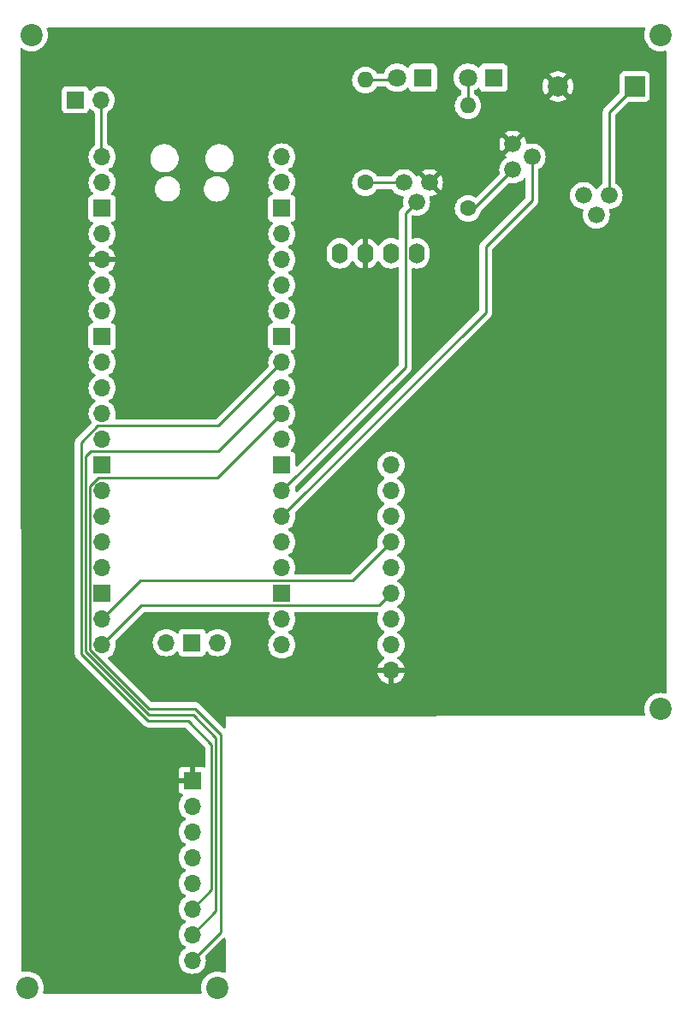
<source format=gbr>
%TF.GenerationSoftware,KiCad,Pcbnew,7.0.10+dfsg-1*%
%TF.CreationDate,2024-02-23T10:02:09+01:00*%
%TF.ProjectId,chibi_v2_1,63686962-695f-4763-925f-312e6b696361,rev?*%
%TF.SameCoordinates,Original*%
%TF.FileFunction,Copper,L1,Top*%
%TF.FilePolarity,Positive*%
%FSLAX46Y46*%
G04 Gerber Fmt 4.6, Leading zero omitted, Abs format (unit mm)*
G04 Created by KiCad (PCBNEW 7.0.10+dfsg-1) date 2024-02-23 10:02:09*
%MOMM*%
%LPD*%
G01*
G04 APERTURE LIST*
%TA.AperFunction,ComponentPad*%
%ADD10C,1.600000*%
%TD*%
%TA.AperFunction,ComponentPad*%
%ADD11O,1.600000X1.600000*%
%TD*%
%TA.AperFunction,ComponentPad*%
%ADD12R,1.800000X1.800000*%
%TD*%
%TA.AperFunction,ComponentPad*%
%ADD13C,1.800000*%
%TD*%
%TA.AperFunction,ComponentPad*%
%ADD14R,1.700000X1.700000*%
%TD*%
%TA.AperFunction,ComponentPad*%
%ADD15O,1.700000X1.700000*%
%TD*%
%TA.AperFunction,ComponentPad*%
%ADD16R,2.000000X2.000000*%
%TD*%
%TA.AperFunction,ComponentPad*%
%ADD17C,2.000000*%
%TD*%
%TA.AperFunction,ComponentPad*%
%ADD18C,1.676400*%
%TD*%
%TA.AperFunction,ComponentPad*%
%ADD19O,1.600000X2.000000*%
%TD*%
%TA.AperFunction,ViaPad*%
%ADD20C,2.200000*%
%TD*%
%TA.AperFunction,Conductor*%
%ADD21C,0.250000*%
%TD*%
G04 APERTURE END LIST*
D10*
%TO.P,R2,1*%
%TO.N,Net-(Q2-C)*%
X134620000Y-50800000D03*
D11*
%TO.P,R2,2*%
%TO.N,Net-(D1-A)*%
X134620000Y-40640000D03*
%TD*%
D12*
%TO.P,D1,1,K*%
%TO.N,GND*%
X140315000Y-40410000D03*
D13*
%TO.P,D1,2,A*%
%TO.N,Net-(D1-A)*%
X137775000Y-40410000D03*
%TD*%
D14*
%TO.P,J2,1,Pin_1*%
%TO.N,+3V3*%
X117500000Y-109920000D03*
D15*
%TO.P,J2,2,Pin_2*%
%TO.N,Net-(J2-Pin_2)*%
X117500000Y-112460000D03*
%TO.P,J2,3,Pin_3*%
%TO.N,Net-(J2-Pin_3)*%
X117500000Y-115000000D03*
%TO.P,J2,4,Pin_4*%
%TO.N,Net-(J2-Pin_4)*%
X117500000Y-117540000D03*
%TO.P,J2,5,Pin_5*%
%TO.N,Net-(J2-Pin_5)*%
X117500000Y-120080000D03*
%TO.P,J2,6,Pin_6*%
%TO.N,Net-(J2-Pin_6)*%
X117500000Y-122620000D03*
%TO.P,J2,7,Pin_7*%
%TO.N,Net-(J2-Pin_7)*%
X117500000Y-125160000D03*
%TO.P,J2,8,Pin_8*%
%TO.N,Net-(J2-Pin_8)*%
X117500000Y-127700000D03*
%TD*%
D12*
%TO.P,D2,1,K*%
%TO.N,GND*%
X147300000Y-40410000D03*
D13*
%TO.P,D2,2,A*%
%TO.N,Net-(D2-A)*%
X144760000Y-40410000D03*
%TD*%
D16*
%TO.P,BZ1,1,+*%
%TO.N,Net-(BZ1-+)*%
X161280000Y-41275000D03*
D17*
%TO.P,BZ1,2,-*%
%TO.N,+3V3*%
X153680000Y-41275000D03*
%TD*%
D10*
%TO.P,R1,1*%
%TO.N,Net-(Q3-C)*%
X144780000Y-53340000D03*
D11*
%TO.P,R1,2*%
%TO.N,Net-(D2-A)*%
X144780000Y-43180000D03*
%TD*%
D18*
%TO.P,Q3,1,C*%
%TO.N,Net-(Q3-C)*%
X149225000Y-49530000D03*
%TO.P,Q3,2,B*%
%TO.N,Net-(Pico1-GPIO11)*%
X151130000Y-48260000D03*
%TO.P,Q3,3,E*%
%TO.N,+3V3*%
X149225000Y-46990000D03*
%TD*%
%TO.P,Q2,1,C*%
%TO.N,Net-(Q2-C)*%
X138430000Y-50800000D03*
%TO.P,Q2,2,B*%
%TO.N,Net-(Pico1-GPIO10)*%
X139700000Y-52705000D03*
%TO.P,Q2,3,E*%
%TO.N,+3V3*%
X140970000Y-50800000D03*
%TD*%
%TO.P,Q1,1,C*%
%TO.N,GND*%
X156210000Y-52070000D03*
%TO.P,Q1,2,B*%
%TO.N,Net-(Pico1-GPIO9)*%
X157480000Y-53975000D03*
%TO.P,Q1,3,E*%
%TO.N,Net-(BZ1-+)*%
X158750000Y-52070000D03*
%TD*%
D19*
%TO.P,Display1,1,GND*%
%TO.N,GND*%
X132080000Y-57785000D03*
%TO.P,Display1,2,VCC*%
%TO.N,+3V3*%
X134620000Y-57785000D03*
%TO.P,Display1,3,SCL*%
%TO.N,Net-(Display1-SCL)*%
X137160000Y-57785000D03*
%TO.P,Display1,4,SDA*%
%TO.N,Net-(Display1-SDA)*%
X139700000Y-57785000D03*
%TD*%
D14*
%TO.P,J1,1,Pin_1*%
%TO.N,GND*%
X105925000Y-42600000D03*
D15*
%TO.P,J1,2,Pin_2*%
%TO.N,Net-(J1-Pin_2)*%
X108465000Y-42600000D03*
%TD*%
%TO.P,Pico1,1,GPIO0*%
%TO.N,Net-(Display1-SDA)*%
X126365000Y-48260000D03*
%TO.P,Pico1,2,GPIO1*%
%TO.N,Net-(Display1-SCL)*%
X126365000Y-50800000D03*
D14*
%TO.P,Pico1,3,GND*%
%TO.N,GND*%
X126365000Y-53340000D03*
D15*
%TO.P,Pico1,4,GPIO2*%
%TO.N,Net-(J2-Pin_2)*%
X126365000Y-55880000D03*
%TO.P,Pico1,5,GPIO3*%
%TO.N,Net-(J2-Pin_3)*%
X126365000Y-58420000D03*
%TO.P,Pico1,6,GPIO4*%
%TO.N,Net-(J2-Pin_4)*%
X126365000Y-60960000D03*
%TO.P,Pico1,7,GPIO5*%
%TO.N,Net-(J2-Pin_5)*%
X126365000Y-63500000D03*
D14*
%TO.P,Pico1,8,GND*%
%TO.N,GND*%
X126365000Y-66040000D03*
D15*
%TO.P,Pico1,9,GPIO6*%
%TO.N,Net-(J2-Pin_6)*%
X126365000Y-68580000D03*
%TO.P,Pico1,10,GPIO7*%
%TO.N,Net-(J2-Pin_7)*%
X126365000Y-71120000D03*
%TO.P,Pico1,11,GPIO8*%
%TO.N,Net-(J2-Pin_8)*%
X126365000Y-73660000D03*
%TO.P,Pico1,12,GPIO9*%
%TO.N,Net-(Pico1-GPIO9)*%
X126365000Y-76200000D03*
D14*
%TO.P,Pico1,13,GND*%
%TO.N,GND*%
X126365000Y-78740000D03*
D15*
%TO.P,Pico1,14,GPIO10*%
%TO.N,Net-(Pico1-GPIO10)*%
X126365000Y-81280000D03*
%TO.P,Pico1,15,GPIO11*%
%TO.N,Net-(Pico1-GPIO11)*%
X126365000Y-83820000D03*
%TO.P,Pico1,16,GPIO12*%
%TO.N,unconnected-(Pico1-GPIO12-Pad16)*%
X126365000Y-86360000D03*
%TO.P,Pico1,17,GPIO13*%
%TO.N,unconnected-(Pico1-GPIO13-Pad17)*%
X126365000Y-88900000D03*
D14*
%TO.P,Pico1,18,GND*%
%TO.N,GND*%
X126365000Y-91440000D03*
D15*
%TO.P,Pico1,19,GPIO14*%
%TO.N,unconnected-(Pico1-GPIO14-Pad19)*%
X126365000Y-93980000D03*
%TO.P,Pico1,20,GPIO15*%
%TO.N,unconnected-(Pico1-GPIO15-Pad20)*%
X126365000Y-96520000D03*
%TO.P,Pico1,21,GPIO16*%
%TO.N,Net-(Pico1-GPIO16)*%
X108585000Y-96520000D03*
%TO.P,Pico1,22,GPIO17*%
%TO.N,Net-(Pico1-GPIO17)*%
X108585000Y-93980000D03*
D14*
%TO.P,Pico1,23,GND*%
%TO.N,unconnected-(Pico1-GND-Pad23)*%
X108585000Y-91440000D03*
D15*
%TO.P,Pico1,24,GPIO18*%
%TO.N,Net-(Pico1-GPIO18)*%
X108585000Y-88900000D03*
%TO.P,Pico1,25,GPIO19*%
%TO.N,Net-(Pico1-GPIO19)*%
X108585000Y-86360000D03*
%TO.P,Pico1,26,GPIO20*%
%TO.N,unconnected-(Pico1-GPIO20-Pad26)*%
X108585000Y-83820000D03*
%TO.P,Pico1,27,GPIO21*%
%TO.N,unconnected-(Pico1-GPIO21-Pad27)*%
X108585000Y-81280000D03*
D14*
%TO.P,Pico1,28,GND*%
%TO.N,unconnected-(Pico1-GND-Pad28)*%
X108585000Y-78740000D03*
D15*
%TO.P,Pico1,29,GPIO22*%
%TO.N,unconnected-(Pico1-GPIO22-Pad29)*%
X108585000Y-76200000D03*
%TO.P,Pico1,30,RUN*%
%TO.N,unconnected-(Pico1-RUN-Pad30)*%
X108585000Y-73660000D03*
%TO.P,Pico1,31,GPIO26_ADC0*%
%TO.N,unconnected-(Pico1-GPIO26_ADC0-Pad31)*%
X108585000Y-71120000D03*
%TO.P,Pico1,32,GPIO27_ADC1*%
%TO.N,unconnected-(Pico1-GPIO27_ADC1-Pad32)*%
X108585000Y-68580000D03*
D14*
%TO.P,Pico1,33,AGND*%
%TO.N,unconnected-(Pico1-AGND-Pad33)*%
X108585000Y-66040000D03*
D15*
%TO.P,Pico1,34,GPIO28_ADC2*%
%TO.N,unconnected-(Pico1-GPIO28_ADC2-Pad34)*%
X108585000Y-63500000D03*
%TO.P,Pico1,35,ADC_VREF*%
%TO.N,unconnected-(Pico1-ADC_VREF-Pad35)*%
X108585000Y-60960000D03*
%TO.P,Pico1,36,3V3*%
%TO.N,+3V3*%
X108585000Y-58420000D03*
%TO.P,Pico1,37,3V3_EN*%
%TO.N,unconnected-(Pico1-3V3_EN-Pad37)*%
X108585000Y-55880000D03*
D14*
%TO.P,Pico1,38,GND*%
%TO.N,GND*%
X108585000Y-53340000D03*
D15*
%TO.P,Pico1,39,VSYS*%
%TO.N,unconnected-(Pico1-VSYS-Pad39)*%
X108585000Y-50800000D03*
%TO.P,Pico1,40,VBUS*%
%TO.N,Net-(J1-Pin_2)*%
X108585000Y-48260000D03*
%TO.P,Pico1,41,SWCLK*%
%TO.N,unconnected-(Pico1-SWCLK-Pad41)*%
X120015000Y-96290000D03*
D14*
%TO.P,Pico1,42,GND*%
%TO.N,unconnected-(Pico1-GND-Pad42)*%
X117475000Y-96290000D03*
D15*
%TO.P,Pico1,43,SWDIO*%
%TO.N,unconnected-(Pico1-SWDIO-Pad43)*%
X114935000Y-96290000D03*
%TD*%
%TO.P,SDCard1,1,3v*%
%TO.N,+3V3*%
X137160000Y-99060000D03*
%TO.P,SDCard1,2,GND*%
%TO.N,GND*%
X137160000Y-96520000D03*
%TO.P,SDCard1,3,CLK*%
%TO.N,Net-(Pico1-GPIO18)*%
X137160000Y-93980000D03*
%TO.P,SDCard1,4,Slave_Output*%
%TO.N,Net-(Pico1-GPIO16)*%
X137160000Y-91440000D03*
%TO.P,SDCard1,5,Slave_Input*%
%TO.N,Net-(Pico1-GPIO19)*%
X137160000Y-88900000D03*
%TO.P,SDCard1,6,Chip_Select*%
%TO.N,Net-(Pico1-GPIO17)*%
X137160000Y-86360000D03*
%TO.P,SDCard1,7*%
%TO.N,unconnected-(SDCard1-Pad7)*%
X137160000Y-83820000D03*
%TO.P,SDCard1,8*%
%TO.N,unconnected-(SDCard1-Pad8)*%
X137160000Y-81280000D03*
%TO.P,SDCard1,9,Card_Detect*%
%TO.N,unconnected-(SDCard1-Card_Detect-Pad9)*%
X137160000Y-78740000D03*
%TD*%
D20*
%TO.N,*%
X163830000Y-102870000D03*
X101200000Y-130400000D03*
X163830000Y-36195000D03*
X101600000Y-36195000D03*
X120000000Y-130400000D03*
%TD*%
D21*
%TO.N,Net-(J2-Pin_6)*%
X119400000Y-120720000D02*
X117500000Y-122620000D01*
X119400000Y-106372792D02*
X117063604Y-104036396D01*
X106510000Y-97379493D02*
X106510000Y-76490000D01*
X106510000Y-76490000D02*
X108165000Y-74835000D01*
X113166903Y-104036396D02*
X117063604Y-104036396D01*
X113166903Y-104036396D02*
X106510000Y-97379493D01*
X108165000Y-74835000D02*
X120110000Y-74835000D01*
X120110000Y-74835000D02*
X126365000Y-68580000D01*
X119400000Y-106352792D02*
X119400000Y-120720000D01*
%TO.N,Net-(J2-Pin_7)*%
X117500000Y-125160000D02*
X119850000Y-122810000D01*
X106960000Y-77840001D02*
X107425001Y-77375000D01*
X119850000Y-122810000D02*
X119850000Y-105686396D01*
X120110000Y-77375000D02*
X126365000Y-71120000D01*
X119850000Y-105686396D02*
X117581802Y-103418198D01*
X117581802Y-103418198D02*
X113185101Y-103418198D01*
X107425001Y-77375000D02*
X120110000Y-77375000D01*
X113185101Y-103418198D02*
X106960000Y-97193097D01*
X106960000Y-97193097D02*
X106960000Y-77840001D01*
%TO.N,Net-(J2-Pin_8)*%
X117500000Y-127700000D02*
X120300000Y-124900000D01*
X108203299Y-80000000D02*
X120025000Y-80000000D01*
X120300000Y-124900000D02*
X120300000Y-105343604D01*
X120025000Y-80000000D02*
X126365000Y-73660000D01*
X113203299Y-102800000D02*
X107410000Y-97006701D01*
X120300000Y-105343604D02*
X117756396Y-102800000D01*
X107410000Y-80793299D02*
X108203299Y-80000000D01*
X117756396Y-102800000D02*
X113203299Y-102800000D01*
X107410000Y-97006701D02*
X107410000Y-80793299D01*
%TO.N,Net-(BZ1-+)*%
X158750000Y-43805000D02*
X161280000Y-41275000D01*
X158750000Y-52070000D02*
X158750000Y-43805000D01*
%TO.N,Net-(D1-A)*%
X134620000Y-40640000D02*
X137545000Y-40640000D01*
X137545000Y-40640000D02*
X137775000Y-40410000D01*
%TO.N,Net-(D2-A)*%
X144780000Y-40430000D02*
X144760000Y-40410000D01*
X144780000Y-43180000D02*
X144780000Y-40430000D01*
%TO.N,Net-(Pico1-GPIO10)*%
X139700000Y-52705000D02*
X138575000Y-53830000D01*
X138575000Y-53830000D02*
X138575000Y-69070000D01*
X138575000Y-69070000D02*
X126365000Y-81280000D01*
%TO.N,Net-(Pico1-GPIO11)*%
X151130000Y-48260000D02*
X151130000Y-52529010D01*
X146540000Y-63645000D02*
X126365000Y-83820000D01*
X146540000Y-57119010D02*
X146540000Y-63645000D01*
X151130000Y-52529010D02*
X146540000Y-57119010D01*
%TO.N,Net-(Pico1-GPIO16)*%
X137160000Y-91440000D02*
X135985000Y-92615000D01*
X135985000Y-92615000D02*
X112490000Y-92615000D01*
X112490000Y-92615000D02*
X108585000Y-96520000D01*
%TO.N,Net-(Pico1-GPIO17)*%
X112395000Y-90170000D02*
X108585000Y-93980000D01*
X133350000Y-90170000D02*
X112395000Y-90170000D01*
X137160000Y-86360000D02*
X133350000Y-90170000D01*
%TO.N,Net-(J1-Pin_2)*%
X108465000Y-42600000D02*
X108465000Y-48140000D01*
X108465000Y-48140000D02*
X108585000Y-48260000D01*
%TO.N,Net-(Q2-C)*%
X138430000Y-50800000D02*
X134620000Y-50800000D01*
%TO.N,Net-(Q3-C)*%
X145415000Y-53340000D02*
X144780000Y-53340000D01*
X149225000Y-49530000D02*
X145415000Y-53340000D01*
%TD*%
%TA.AperFunction,Conductor*%
%TO.N,+3V3*%
G36*
X162283538Y-35479685D02*
G01*
X162329293Y-35532489D01*
X162339237Y-35601647D01*
X162331060Y-35631453D01*
X162303126Y-35698889D01*
X162244317Y-35943848D01*
X162224551Y-36195000D01*
X162244317Y-36446151D01*
X162303126Y-36691110D01*
X162399533Y-36923859D01*
X162531160Y-37138653D01*
X162531161Y-37138656D01*
X162531164Y-37138659D01*
X162694776Y-37330224D01*
X162843066Y-37456875D01*
X162886343Y-37493838D01*
X162886346Y-37493839D01*
X163101140Y-37625466D01*
X163333889Y-37721873D01*
X163578852Y-37780683D01*
X163830000Y-37800449D01*
X164081148Y-37780683D01*
X164247406Y-37740768D01*
X164317187Y-37744259D01*
X164374005Y-37784922D01*
X164399818Y-37849849D01*
X164400352Y-37861324D01*
X164409662Y-101205874D01*
X164389987Y-101272916D01*
X164337190Y-101318679D01*
X164268033Y-101328632D01*
X164256716Y-101326466D01*
X164081152Y-101284318D01*
X164081148Y-101284317D01*
X163830000Y-101264551D01*
X163578848Y-101284317D01*
X163333889Y-101343126D01*
X163101140Y-101439533D01*
X162886346Y-101571160D01*
X162886343Y-101571161D01*
X162694776Y-101734776D01*
X162531161Y-101926343D01*
X162531160Y-101926346D01*
X162399533Y-102141140D01*
X162303126Y-102373889D01*
X162244317Y-102618848D01*
X162224551Y-102870000D01*
X162244317Y-103121151D01*
X162299779Y-103352167D01*
X162296288Y-103421950D01*
X162255624Y-103478767D01*
X162190698Y-103504580D01*
X162179489Y-103505114D01*
X120800000Y-103600000D01*
X120800000Y-104659651D01*
X120780315Y-104726690D01*
X120727511Y-104772445D01*
X120658353Y-104782389D01*
X120594797Y-104753364D01*
X120588319Y-104747332D01*
X118257199Y-102416212D01*
X118247376Y-102403950D01*
X118247155Y-102404134D01*
X118242182Y-102398122D01*
X118193172Y-102352099D01*
X118190373Y-102349386D01*
X118170873Y-102329885D01*
X118170867Y-102329880D01*
X118167682Y-102327409D01*
X118158830Y-102319848D01*
X118126978Y-102289938D01*
X118126976Y-102289936D01*
X118126973Y-102289935D01*
X118109425Y-102280288D01*
X118093159Y-102269604D01*
X118077328Y-102257324D01*
X118037245Y-102239978D01*
X118026759Y-102234841D01*
X117988490Y-102213803D01*
X117988488Y-102213802D01*
X117969089Y-102208822D01*
X117950677Y-102202518D01*
X117932294Y-102194562D01*
X117932288Y-102194560D01*
X117889156Y-102187729D01*
X117877718Y-102185361D01*
X117835416Y-102174500D01*
X117835415Y-102174500D01*
X117815380Y-102174500D01*
X117795982Y-102172973D01*
X117788558Y-102171797D01*
X117776201Y-102169840D01*
X117776200Y-102169840D01*
X117732721Y-102173950D01*
X117721052Y-102174500D01*
X113513751Y-102174500D01*
X113446712Y-102154815D01*
X113426070Y-102138181D01*
X109196478Y-97908588D01*
X109162993Y-97847265D01*
X109167977Y-97777573D01*
X109209849Y-97721640D01*
X109231748Y-97708528D01*
X109262830Y-97694035D01*
X109456401Y-97558495D01*
X109623495Y-97391401D01*
X109759035Y-97197830D01*
X109858903Y-96983663D01*
X109920063Y-96755408D01*
X109940659Y-96520000D01*
X109920536Y-96290000D01*
X113579341Y-96290000D01*
X113599936Y-96525403D01*
X113599938Y-96525413D01*
X113661094Y-96753655D01*
X113661096Y-96753659D01*
X113661097Y-96753663D01*
X113745499Y-96934663D01*
X113760965Y-96967830D01*
X113760967Y-96967834D01*
X113869281Y-97122521D01*
X113896505Y-97161401D01*
X114063599Y-97328495D01*
X114153237Y-97391260D01*
X114257165Y-97464032D01*
X114257167Y-97464033D01*
X114257170Y-97464035D01*
X114471337Y-97563903D01*
X114699592Y-97625063D01*
X114876034Y-97640500D01*
X114934999Y-97645659D01*
X114935000Y-97645659D01*
X114935001Y-97645659D01*
X114993966Y-97640500D01*
X115170408Y-97625063D01*
X115398663Y-97563903D01*
X115612830Y-97464035D01*
X115806401Y-97328495D01*
X115928329Y-97206566D01*
X115989648Y-97173084D01*
X116059340Y-97178068D01*
X116115274Y-97219939D01*
X116132189Y-97250917D01*
X116181202Y-97382328D01*
X116181206Y-97382335D01*
X116267452Y-97497544D01*
X116267455Y-97497547D01*
X116382664Y-97583793D01*
X116382671Y-97583797D01*
X116517517Y-97634091D01*
X116517516Y-97634091D01*
X116524444Y-97634835D01*
X116577127Y-97640500D01*
X118372872Y-97640499D01*
X118432483Y-97634091D01*
X118567331Y-97583796D01*
X118682546Y-97497546D01*
X118768796Y-97382331D01*
X118817810Y-97250916D01*
X118859681Y-97194984D01*
X118925145Y-97170566D01*
X118993418Y-97185417D01*
X119021673Y-97206569D01*
X119143599Y-97328495D01*
X119233237Y-97391260D01*
X119337165Y-97464032D01*
X119337167Y-97464033D01*
X119337170Y-97464035D01*
X119551337Y-97563903D01*
X119779592Y-97625063D01*
X119956034Y-97640500D01*
X120014999Y-97645659D01*
X120015000Y-97645659D01*
X120015001Y-97645659D01*
X120073966Y-97640500D01*
X120250408Y-97625063D01*
X120478663Y-97563903D01*
X120692830Y-97464035D01*
X120886401Y-97328495D01*
X121053495Y-97161401D01*
X121189035Y-96967830D01*
X121288903Y-96753663D01*
X121350063Y-96525408D01*
X121370659Y-96290000D01*
X121350063Y-96054592D01*
X121288903Y-95826337D01*
X121189035Y-95612171D01*
X121097540Y-95481501D01*
X121053494Y-95418597D01*
X120886402Y-95251506D01*
X120886395Y-95251501D01*
X120884251Y-95250000D01*
X120809518Y-95197671D01*
X120692834Y-95115967D01*
X120692830Y-95115965D01*
X120692828Y-95115964D01*
X120478663Y-95016097D01*
X120478659Y-95016096D01*
X120478655Y-95016094D01*
X120250413Y-94954938D01*
X120250403Y-94954936D01*
X120015001Y-94934341D01*
X120014999Y-94934341D01*
X119779596Y-94954936D01*
X119779586Y-94954938D01*
X119551344Y-95016094D01*
X119551335Y-95016098D01*
X119337171Y-95115964D01*
X119337169Y-95115965D01*
X119143600Y-95251503D01*
X119021673Y-95373430D01*
X118960350Y-95406914D01*
X118890658Y-95401930D01*
X118834725Y-95360058D01*
X118817810Y-95329081D01*
X118768797Y-95197671D01*
X118768793Y-95197664D01*
X118682547Y-95082455D01*
X118682544Y-95082452D01*
X118567335Y-94996206D01*
X118567328Y-94996202D01*
X118432482Y-94945908D01*
X118432483Y-94945908D01*
X118372883Y-94939501D01*
X118372881Y-94939500D01*
X118372873Y-94939500D01*
X118372864Y-94939500D01*
X116577129Y-94939500D01*
X116577123Y-94939501D01*
X116517516Y-94945908D01*
X116382671Y-94996202D01*
X116382664Y-94996206D01*
X116267455Y-95082452D01*
X116267452Y-95082455D01*
X116181206Y-95197664D01*
X116181203Y-95197669D01*
X116132189Y-95329083D01*
X116090317Y-95385016D01*
X116024853Y-95409433D01*
X115956580Y-95394581D01*
X115928326Y-95373430D01*
X115806402Y-95251506D01*
X115806395Y-95251501D01*
X115804251Y-95250000D01*
X115729518Y-95197671D01*
X115612834Y-95115967D01*
X115612830Y-95115965D01*
X115612828Y-95115964D01*
X115398663Y-95016097D01*
X115398659Y-95016096D01*
X115398655Y-95016094D01*
X115170413Y-94954938D01*
X115170403Y-94954936D01*
X114935001Y-94934341D01*
X114934999Y-94934341D01*
X114699596Y-94954936D01*
X114699586Y-94954938D01*
X114471344Y-95016094D01*
X114471335Y-95016098D01*
X114257171Y-95115964D01*
X114257169Y-95115965D01*
X114063597Y-95251505D01*
X113896505Y-95418597D01*
X113760965Y-95612169D01*
X113760964Y-95612171D01*
X113661098Y-95826335D01*
X113661094Y-95826344D01*
X113599938Y-96054586D01*
X113599936Y-96054596D01*
X113579341Y-96289999D01*
X113579341Y-96290000D01*
X109920536Y-96290000D01*
X109920063Y-96284592D01*
X109893143Y-96184125D01*
X109894806Y-96114276D01*
X109925235Y-96064353D01*
X112712772Y-93276819D01*
X112774095Y-93243334D01*
X112800453Y-93240500D01*
X125025081Y-93240500D01*
X125092120Y-93260185D01*
X125137875Y-93312989D01*
X125147819Y-93382147D01*
X125137463Y-93416905D01*
X125091098Y-93516335D01*
X125091094Y-93516344D01*
X125029938Y-93744586D01*
X125029936Y-93744596D01*
X125009341Y-93979999D01*
X125009341Y-93980000D01*
X125029936Y-94215403D01*
X125029938Y-94215413D01*
X125091094Y-94443655D01*
X125091096Y-94443659D01*
X125091097Y-94443663D01*
X125190965Y-94657830D01*
X125190967Y-94657834D01*
X125326501Y-94851395D01*
X125326506Y-94851402D01*
X125493597Y-95018493D01*
X125493603Y-95018498D01*
X125679158Y-95148425D01*
X125722783Y-95203002D01*
X125729977Y-95272500D01*
X125698454Y-95334855D01*
X125679158Y-95351575D01*
X125493597Y-95481505D01*
X125326505Y-95648597D01*
X125190965Y-95842169D01*
X125190964Y-95842171D01*
X125091098Y-96056335D01*
X125091094Y-96056344D01*
X125029938Y-96284586D01*
X125029936Y-96284596D01*
X125009341Y-96519999D01*
X125009341Y-96520000D01*
X125029936Y-96755403D01*
X125029938Y-96755413D01*
X125091094Y-96983655D01*
X125091096Y-96983659D01*
X125091097Y-96983663D01*
X125186322Y-97187873D01*
X125190965Y-97197830D01*
X125190967Y-97197834D01*
X125260228Y-97296748D01*
X125326505Y-97391401D01*
X125493599Y-97558495D01*
X125529733Y-97583796D01*
X125687165Y-97694032D01*
X125687167Y-97694033D01*
X125687170Y-97694035D01*
X125901337Y-97793903D01*
X126129592Y-97855063D01*
X126317918Y-97871539D01*
X126364999Y-97875659D01*
X126365000Y-97875659D01*
X126365001Y-97875659D01*
X126404234Y-97872226D01*
X126600408Y-97855063D01*
X126828663Y-97793903D01*
X127042830Y-97694035D01*
X127236401Y-97558495D01*
X127403495Y-97391401D01*
X127539035Y-97197830D01*
X127638903Y-96983663D01*
X127700063Y-96755408D01*
X127720659Y-96520000D01*
X127700063Y-96284592D01*
X127638903Y-96056337D01*
X127539035Y-95842171D01*
X127403495Y-95648599D01*
X127403494Y-95648597D01*
X127236402Y-95481506D01*
X127236396Y-95481501D01*
X127050842Y-95351575D01*
X127007217Y-95296998D01*
X127000023Y-95227500D01*
X127031546Y-95165145D01*
X127050842Y-95148425D01*
X127097197Y-95115967D01*
X127236401Y-95018495D01*
X127403495Y-94851401D01*
X127539035Y-94657830D01*
X127638903Y-94443663D01*
X127700063Y-94215408D01*
X127720659Y-93980000D01*
X127700063Y-93744592D01*
X127638903Y-93516337D01*
X127592537Y-93416905D01*
X127582045Y-93347827D01*
X127610565Y-93284043D01*
X127669041Y-93245804D01*
X127704919Y-93240500D01*
X135820081Y-93240500D01*
X135887120Y-93260185D01*
X135932875Y-93312989D01*
X135942819Y-93382147D01*
X135932463Y-93416905D01*
X135886098Y-93516335D01*
X135886094Y-93516344D01*
X135824938Y-93744586D01*
X135824936Y-93744596D01*
X135804341Y-93979999D01*
X135804341Y-93980000D01*
X135824936Y-94215403D01*
X135824938Y-94215413D01*
X135886094Y-94443655D01*
X135886096Y-94443659D01*
X135886097Y-94443663D01*
X135985965Y-94657830D01*
X135985967Y-94657834D01*
X136121501Y-94851395D01*
X136121506Y-94851402D01*
X136288597Y-95018493D01*
X136288603Y-95018498D01*
X136474158Y-95148425D01*
X136517783Y-95203002D01*
X136524977Y-95272500D01*
X136493454Y-95334855D01*
X136474158Y-95351575D01*
X136288597Y-95481505D01*
X136121505Y-95648597D01*
X135985965Y-95842169D01*
X135985964Y-95842171D01*
X135886098Y-96056335D01*
X135886094Y-96056344D01*
X135824938Y-96284586D01*
X135824936Y-96284596D01*
X135804341Y-96519999D01*
X135804341Y-96520000D01*
X135824936Y-96755403D01*
X135824938Y-96755413D01*
X135886094Y-96983655D01*
X135886096Y-96983659D01*
X135886097Y-96983663D01*
X135981322Y-97187873D01*
X135985965Y-97197830D01*
X135985967Y-97197834D01*
X136121501Y-97391395D01*
X136121506Y-97391402D01*
X136288597Y-97558493D01*
X136288603Y-97558498D01*
X136324734Y-97583797D01*
X136415178Y-97647127D01*
X136474594Y-97688730D01*
X136518219Y-97743307D01*
X136525413Y-97812805D01*
X136493890Y-97875160D01*
X136474595Y-97891880D01*
X136288922Y-98021890D01*
X136288920Y-98021891D01*
X136121891Y-98188920D01*
X136121886Y-98188926D01*
X135986400Y-98382420D01*
X135986399Y-98382422D01*
X135886570Y-98596507D01*
X135886567Y-98596513D01*
X135829364Y-98809999D01*
X135829364Y-98810000D01*
X136714428Y-98810000D01*
X136691318Y-98845960D01*
X136650000Y-98986673D01*
X136650000Y-99133327D01*
X136691318Y-99274040D01*
X136714428Y-99310000D01*
X135829364Y-99310000D01*
X135886567Y-99523486D01*
X135886570Y-99523492D01*
X135986399Y-99737578D01*
X136121894Y-99931082D01*
X136288917Y-100098105D01*
X136482421Y-100233600D01*
X136696507Y-100333429D01*
X136696516Y-100333433D01*
X136910000Y-100390634D01*
X136910000Y-99506494D01*
X137014839Y-99554373D01*
X137123527Y-99570000D01*
X137196473Y-99570000D01*
X137305161Y-99554373D01*
X137410000Y-99506494D01*
X137410000Y-100390633D01*
X137623483Y-100333433D01*
X137623492Y-100333429D01*
X137837578Y-100233600D01*
X138031082Y-100098105D01*
X138198105Y-99931082D01*
X138333600Y-99737578D01*
X138433429Y-99523492D01*
X138433432Y-99523486D01*
X138490636Y-99310000D01*
X137605572Y-99310000D01*
X137628682Y-99274040D01*
X137670000Y-99133327D01*
X137670000Y-98986673D01*
X137628682Y-98845960D01*
X137605572Y-98810000D01*
X138490636Y-98810000D01*
X138490635Y-98809999D01*
X138433432Y-98596513D01*
X138433429Y-98596507D01*
X138333600Y-98382422D01*
X138333599Y-98382420D01*
X138198113Y-98188926D01*
X138198108Y-98188920D01*
X138031078Y-98021890D01*
X137845405Y-97891879D01*
X137801780Y-97837302D01*
X137794588Y-97767804D01*
X137826110Y-97705449D01*
X137845406Y-97688730D01*
X137892828Y-97655525D01*
X138031401Y-97558495D01*
X138198495Y-97391401D01*
X138334035Y-97197830D01*
X138433903Y-96983663D01*
X138495063Y-96755408D01*
X138515659Y-96520000D01*
X138495063Y-96284592D01*
X138433903Y-96056337D01*
X138334035Y-95842171D01*
X138198495Y-95648599D01*
X138198494Y-95648597D01*
X138031402Y-95481506D01*
X138031396Y-95481501D01*
X137845842Y-95351575D01*
X137802217Y-95296998D01*
X137795023Y-95227500D01*
X137826546Y-95165145D01*
X137845842Y-95148425D01*
X137892197Y-95115967D01*
X138031401Y-95018495D01*
X138198495Y-94851401D01*
X138334035Y-94657830D01*
X138433903Y-94443663D01*
X138495063Y-94215408D01*
X138515659Y-93980000D01*
X138495063Y-93744592D01*
X138433903Y-93516337D01*
X138334035Y-93302171D01*
X138316284Y-93276819D01*
X138198494Y-93108597D01*
X138031402Y-92941506D01*
X138031396Y-92941501D01*
X137845842Y-92811575D01*
X137802217Y-92756998D01*
X137795023Y-92687500D01*
X137826546Y-92625145D01*
X137845842Y-92608425D01*
X137868026Y-92592891D01*
X138031401Y-92478495D01*
X138198495Y-92311401D01*
X138334035Y-92117830D01*
X138433903Y-91903663D01*
X138495063Y-91675408D01*
X138515659Y-91440000D01*
X138495063Y-91204592D01*
X138433903Y-90976337D01*
X138334035Y-90762171D01*
X138324546Y-90748618D01*
X138198494Y-90568597D01*
X138031402Y-90401506D01*
X138031396Y-90401501D01*
X137845842Y-90271575D01*
X137802217Y-90216998D01*
X137795023Y-90147500D01*
X137826546Y-90085145D01*
X137845842Y-90068425D01*
X137958054Y-89989853D01*
X138031401Y-89938495D01*
X138198495Y-89771401D01*
X138334035Y-89577830D01*
X138433903Y-89363663D01*
X138495063Y-89135408D01*
X138515659Y-88900000D01*
X138495063Y-88664592D01*
X138433903Y-88436337D01*
X138334035Y-88222171D01*
X138198495Y-88028599D01*
X138198494Y-88028597D01*
X138031402Y-87861506D01*
X138031396Y-87861501D01*
X137845842Y-87731575D01*
X137802217Y-87676998D01*
X137795023Y-87607500D01*
X137826546Y-87545145D01*
X137845842Y-87528425D01*
X137868026Y-87512891D01*
X138031401Y-87398495D01*
X138198495Y-87231401D01*
X138334035Y-87037830D01*
X138433903Y-86823663D01*
X138495063Y-86595408D01*
X138515659Y-86360000D01*
X138495063Y-86124592D01*
X138433903Y-85896337D01*
X138334035Y-85682171D01*
X138198495Y-85488599D01*
X138198494Y-85488597D01*
X138031402Y-85321506D01*
X138031396Y-85321501D01*
X137845842Y-85191575D01*
X137802217Y-85136998D01*
X137795023Y-85067500D01*
X137826546Y-85005145D01*
X137845842Y-84988425D01*
X137868026Y-84972891D01*
X138031401Y-84858495D01*
X138198495Y-84691401D01*
X138334035Y-84497830D01*
X138433903Y-84283663D01*
X138495063Y-84055408D01*
X138515659Y-83820000D01*
X138495063Y-83584592D01*
X138433903Y-83356337D01*
X138334035Y-83142171D01*
X138198495Y-82948599D01*
X138198494Y-82948597D01*
X138031402Y-82781506D01*
X138031396Y-82781501D01*
X137845842Y-82651575D01*
X137802217Y-82596998D01*
X137795023Y-82527500D01*
X137826546Y-82465145D01*
X137845842Y-82448425D01*
X137868026Y-82432891D01*
X138031401Y-82318495D01*
X138198495Y-82151401D01*
X138334035Y-81957830D01*
X138433903Y-81743663D01*
X138495063Y-81515408D01*
X138515659Y-81280000D01*
X138495063Y-81044592D01*
X138433903Y-80816337D01*
X138334035Y-80602171D01*
X138327217Y-80592433D01*
X138198494Y-80408597D01*
X138031402Y-80241506D01*
X138031396Y-80241501D01*
X137845842Y-80111575D01*
X137802217Y-80056998D01*
X137795023Y-79987500D01*
X137826546Y-79925145D01*
X137845842Y-79908425D01*
X137868026Y-79892891D01*
X138031401Y-79778495D01*
X138198495Y-79611401D01*
X138334035Y-79417830D01*
X138433903Y-79203663D01*
X138495063Y-78975408D01*
X138515659Y-78740000D01*
X138495063Y-78504592D01*
X138433903Y-78276337D01*
X138334035Y-78062171D01*
X138298700Y-78011706D01*
X138198494Y-77868597D01*
X138031402Y-77701506D01*
X138031395Y-77701501D01*
X137837834Y-77565967D01*
X137837830Y-77565965D01*
X137837828Y-77565964D01*
X137623663Y-77466097D01*
X137623659Y-77466096D01*
X137623655Y-77466094D01*
X137395413Y-77404938D01*
X137395403Y-77404936D01*
X137160001Y-77384341D01*
X137159999Y-77384341D01*
X136924596Y-77404936D01*
X136924586Y-77404938D01*
X136696344Y-77466094D01*
X136696335Y-77466098D01*
X136482171Y-77565964D01*
X136482169Y-77565965D01*
X136288597Y-77701505D01*
X136121505Y-77868597D01*
X135985965Y-78062169D01*
X135985964Y-78062171D01*
X135886098Y-78276335D01*
X135886094Y-78276344D01*
X135824938Y-78504586D01*
X135824936Y-78504596D01*
X135804341Y-78739999D01*
X135804341Y-78740000D01*
X135824936Y-78975403D01*
X135824938Y-78975413D01*
X135886094Y-79203655D01*
X135886096Y-79203659D01*
X135886097Y-79203663D01*
X135907938Y-79250500D01*
X135985965Y-79417830D01*
X135985967Y-79417834D01*
X136121501Y-79611395D01*
X136121506Y-79611402D01*
X136288597Y-79778493D01*
X136288603Y-79778498D01*
X136474158Y-79908425D01*
X136517783Y-79963002D01*
X136524977Y-80032500D01*
X136493454Y-80094855D01*
X136474158Y-80111575D01*
X136288597Y-80241505D01*
X136121505Y-80408597D01*
X135985965Y-80602169D01*
X135985964Y-80602171D01*
X135886098Y-80816335D01*
X135886094Y-80816344D01*
X135824938Y-81044586D01*
X135824936Y-81044596D01*
X135804341Y-81279999D01*
X135804341Y-81280000D01*
X135824936Y-81515403D01*
X135824938Y-81515413D01*
X135886094Y-81743655D01*
X135886096Y-81743659D01*
X135886097Y-81743663D01*
X135985965Y-81957830D01*
X135985967Y-81957834D01*
X136121501Y-82151395D01*
X136121506Y-82151402D01*
X136288597Y-82318493D01*
X136288603Y-82318498D01*
X136474158Y-82448425D01*
X136517783Y-82503002D01*
X136524977Y-82572500D01*
X136493454Y-82634855D01*
X136474158Y-82651575D01*
X136288597Y-82781505D01*
X136121505Y-82948597D01*
X135985965Y-83142169D01*
X135985964Y-83142171D01*
X135886098Y-83356335D01*
X135886094Y-83356344D01*
X135824938Y-83584586D01*
X135824936Y-83584596D01*
X135804341Y-83819999D01*
X135804341Y-83820000D01*
X135824936Y-84055403D01*
X135824938Y-84055413D01*
X135886094Y-84283655D01*
X135886096Y-84283659D01*
X135886097Y-84283663D01*
X135985965Y-84497830D01*
X135985967Y-84497834D01*
X136121501Y-84691395D01*
X136121506Y-84691402D01*
X136288597Y-84858493D01*
X136288603Y-84858498D01*
X136474158Y-84988425D01*
X136517783Y-85043002D01*
X136524977Y-85112500D01*
X136493454Y-85174855D01*
X136474158Y-85191575D01*
X136288597Y-85321505D01*
X136121505Y-85488597D01*
X135985965Y-85682169D01*
X135985964Y-85682171D01*
X135886098Y-85896335D01*
X135886094Y-85896344D01*
X135824938Y-86124586D01*
X135824936Y-86124596D01*
X135804341Y-86359999D01*
X135804341Y-86360000D01*
X135824936Y-86595403D01*
X135824938Y-86595413D01*
X135851856Y-86695872D01*
X135850193Y-86765722D01*
X135819762Y-86815646D01*
X133127228Y-89508181D01*
X133065905Y-89541666D01*
X133039547Y-89544500D01*
X127749218Y-89544500D01*
X127682179Y-89524815D01*
X127636424Y-89472011D01*
X127626480Y-89402853D01*
X127636837Y-89368094D01*
X127638900Y-89363669D01*
X127638903Y-89363663D01*
X127700063Y-89135408D01*
X127720659Y-88900000D01*
X127700063Y-88664592D01*
X127638903Y-88436337D01*
X127539035Y-88222171D01*
X127403495Y-88028599D01*
X127403494Y-88028597D01*
X127236402Y-87861506D01*
X127236396Y-87861501D01*
X127050842Y-87731575D01*
X127007217Y-87676998D01*
X127000023Y-87607500D01*
X127031546Y-87545145D01*
X127050842Y-87528425D01*
X127073026Y-87512891D01*
X127236401Y-87398495D01*
X127403495Y-87231401D01*
X127539035Y-87037830D01*
X127638903Y-86823663D01*
X127700063Y-86595408D01*
X127720659Y-86360000D01*
X127700063Y-86124592D01*
X127638903Y-85896337D01*
X127539035Y-85682171D01*
X127403495Y-85488599D01*
X127403494Y-85488597D01*
X127236402Y-85321506D01*
X127236396Y-85321501D01*
X127050842Y-85191575D01*
X127007217Y-85136998D01*
X127000023Y-85067500D01*
X127031546Y-85005145D01*
X127050842Y-84988425D01*
X127073026Y-84972891D01*
X127236401Y-84858495D01*
X127403495Y-84691401D01*
X127539035Y-84497830D01*
X127638903Y-84283663D01*
X127700063Y-84055408D01*
X127720659Y-83820000D01*
X127700063Y-83584592D01*
X127673143Y-83484125D01*
X127674806Y-83414276D01*
X127705235Y-83364353D01*
X146923786Y-64145802D01*
X146936048Y-64135980D01*
X146935865Y-64135759D01*
X146941868Y-64130791D01*
X146941877Y-64130786D01*
X146987934Y-64081739D01*
X146990582Y-64079006D01*
X147010120Y-64059470D01*
X147012570Y-64056310D01*
X147020154Y-64047429D01*
X147050062Y-64015582D01*
X147059714Y-63998023D01*
X147070389Y-63981772D01*
X147082674Y-63965936D01*
X147100030Y-63925825D01*
X147105161Y-63915354D01*
X147126194Y-63877098D01*
X147126194Y-63877097D01*
X147126197Y-63877092D01*
X147131180Y-63857680D01*
X147137477Y-63839291D01*
X147145438Y-63820895D01*
X147152270Y-63777748D01*
X147154639Y-63766316D01*
X147162574Y-63735413D01*
X147165500Y-63724019D01*
X147165500Y-63703983D01*
X147167027Y-63684582D01*
X147170160Y-63664804D01*
X147166050Y-63621324D01*
X147165500Y-63609655D01*
X147165500Y-57429462D01*
X147185185Y-57362423D01*
X147201819Y-57341781D01*
X149341431Y-55202169D01*
X151513788Y-53029811D01*
X151526042Y-53019996D01*
X151525859Y-53019774D01*
X151531868Y-53014801D01*
X151531877Y-53014796D01*
X151577949Y-52965732D01*
X151580566Y-52963033D01*
X151600120Y-52943481D01*
X151602576Y-52940313D01*
X151610156Y-52931437D01*
X151640062Y-52899592D01*
X151649713Y-52882034D01*
X151660396Y-52865771D01*
X151672673Y-52849946D01*
X151690021Y-52809854D01*
X151695151Y-52799381D01*
X151716197Y-52761102D01*
X151721180Y-52741690D01*
X151727481Y-52723290D01*
X151735437Y-52704906D01*
X151742270Y-52661758D01*
X151744633Y-52650348D01*
X151755500Y-52608029D01*
X151755500Y-52587993D01*
X151757027Y-52568592D01*
X151760160Y-52548814D01*
X151756050Y-52505334D01*
X151755500Y-52493665D01*
X151755500Y-52070000D01*
X154866186Y-52070000D01*
X154886601Y-52303346D01*
X154886603Y-52303356D01*
X154947225Y-52529603D01*
X154947227Y-52529607D01*
X154947228Y-52529611D01*
X155046223Y-52741907D01*
X155180579Y-52933787D01*
X155346213Y-53099421D01*
X155538093Y-53233777D01*
X155750389Y-53332772D01*
X155750395Y-53332773D01*
X155750396Y-53332774D01*
X155777357Y-53339998D01*
X155976649Y-53393398D01*
X156096441Y-53403878D01*
X156161509Y-53429330D01*
X156202488Y-53485921D01*
X156206366Y-53555683D01*
X156205408Y-53559499D01*
X156156603Y-53741643D01*
X156156601Y-53741653D01*
X156136186Y-53974999D01*
X156136186Y-53975000D01*
X156156601Y-54208346D01*
X156156603Y-54208356D01*
X156217225Y-54434603D01*
X156217227Y-54434607D01*
X156217228Y-54434611D01*
X156316223Y-54646907D01*
X156450579Y-54838787D01*
X156616213Y-55004421D01*
X156808093Y-55138777D01*
X157020389Y-55237772D01*
X157246649Y-55298398D01*
X157433329Y-55314730D01*
X157479999Y-55318814D01*
X157480000Y-55318814D01*
X157480001Y-55318814D01*
X157518891Y-55315411D01*
X157713351Y-55298398D01*
X157939611Y-55237772D01*
X158151907Y-55138777D01*
X158343787Y-55004421D01*
X158509421Y-54838787D01*
X158643777Y-54646907D01*
X158742772Y-54434611D01*
X158803398Y-54208351D01*
X158823814Y-53975000D01*
X158823181Y-53967770D01*
X158809395Y-53810194D01*
X158803398Y-53741649D01*
X158754591Y-53559498D01*
X158756254Y-53489650D01*
X158795416Y-53431787D01*
X158859645Y-53404283D01*
X158863517Y-53403882D01*
X158983351Y-53393398D01*
X159209611Y-53332772D01*
X159421907Y-53233777D01*
X159613787Y-53099421D01*
X159779421Y-52933787D01*
X159913777Y-52741907D01*
X160012772Y-52529611D01*
X160073398Y-52303351D01*
X160093814Y-52070000D01*
X160093181Y-52062770D01*
X160083780Y-51955318D01*
X160073398Y-51836649D01*
X160020000Y-51637364D01*
X160012774Y-51610396D01*
X160012773Y-51610395D01*
X160012772Y-51610389D01*
X159913777Y-51398093D01*
X159779421Y-51206213D01*
X159613787Y-51040579D01*
X159428375Y-50910752D01*
X159384751Y-50856176D01*
X159375500Y-50809178D01*
X159375500Y-44115451D01*
X159395185Y-44048412D01*
X159411814Y-44027775D01*
X160627771Y-42811817D01*
X160689094Y-42778333D01*
X160715452Y-42775499D01*
X162327871Y-42775499D01*
X162327872Y-42775499D01*
X162387483Y-42769091D01*
X162522331Y-42718796D01*
X162637546Y-42632546D01*
X162723796Y-42517331D01*
X162774091Y-42382483D01*
X162780500Y-42322873D01*
X162780499Y-40227128D01*
X162774091Y-40167517D01*
X162730778Y-40051390D01*
X162723797Y-40032671D01*
X162723793Y-40032664D01*
X162637547Y-39917455D01*
X162637544Y-39917452D01*
X162522335Y-39831206D01*
X162522328Y-39831202D01*
X162387482Y-39780908D01*
X162387483Y-39780908D01*
X162327883Y-39774501D01*
X162327881Y-39774500D01*
X162327873Y-39774500D01*
X162327864Y-39774500D01*
X160232129Y-39774500D01*
X160232123Y-39774501D01*
X160172516Y-39780908D01*
X160037671Y-39831202D01*
X160037664Y-39831206D01*
X159922455Y-39917452D01*
X159922452Y-39917455D01*
X159836206Y-40032664D01*
X159836202Y-40032671D01*
X159785908Y-40167517D01*
X159783114Y-40193511D01*
X159779501Y-40227123D01*
X159779500Y-40227135D01*
X159779500Y-41839546D01*
X159759815Y-41906585D01*
X159743181Y-41927227D01*
X158366208Y-43304199D01*
X158353951Y-43314020D01*
X158354134Y-43314241D01*
X158348122Y-43319214D01*
X158302098Y-43368223D01*
X158299391Y-43371016D01*
X158279889Y-43390517D01*
X158279875Y-43390534D01*
X158277407Y-43393715D01*
X158269843Y-43402570D01*
X158239937Y-43434418D01*
X158239936Y-43434420D01*
X158230284Y-43451976D01*
X158219610Y-43468226D01*
X158207329Y-43484061D01*
X158207324Y-43484068D01*
X158189975Y-43524158D01*
X158184838Y-43534644D01*
X158163803Y-43572906D01*
X158158822Y-43592307D01*
X158152521Y-43610710D01*
X158144562Y-43629102D01*
X158144561Y-43629105D01*
X158137728Y-43672243D01*
X158135360Y-43683674D01*
X158124501Y-43725971D01*
X158124500Y-43725982D01*
X158124500Y-43746016D01*
X158122973Y-43765415D01*
X158119840Y-43785194D01*
X158119840Y-43785195D01*
X158123950Y-43828674D01*
X158124500Y-43840343D01*
X158124500Y-50809178D01*
X158104815Y-50876217D01*
X158071625Y-50910751D01*
X157886213Y-51040579D01*
X157886211Y-51040580D01*
X157886208Y-51040583D01*
X157720583Y-51206208D01*
X157720580Y-51206211D01*
X157720579Y-51206213D01*
X157586223Y-51398093D01*
X157583118Y-51402528D01*
X157581680Y-51401521D01*
X157536810Y-51444297D01*
X157468202Y-51457513D01*
X157403340Y-51431540D01*
X157377702Y-51401953D01*
X157376882Y-51402528D01*
X157373777Y-51398093D01*
X157239421Y-51206213D01*
X157073787Y-51040579D01*
X156881907Y-50906223D01*
X156669611Y-50807228D01*
X156669607Y-50807227D01*
X156669603Y-50807225D01*
X156443356Y-50746603D01*
X156443346Y-50746601D01*
X156210001Y-50726186D01*
X156209999Y-50726186D01*
X155976653Y-50746601D01*
X155976643Y-50746603D01*
X155750396Y-50807225D01*
X155750389Y-50807227D01*
X155750389Y-50807228D01*
X155538093Y-50906223D01*
X155346213Y-51040579D01*
X155346211Y-51040580D01*
X155346208Y-51040583D01*
X155180583Y-51206208D01*
X155180580Y-51206211D01*
X155180579Y-51206213D01*
X155046223Y-51398093D01*
X154974036Y-51552900D01*
X154947229Y-51610387D01*
X154947225Y-51610396D01*
X154886603Y-51836643D01*
X154886601Y-51836653D01*
X154866186Y-52069999D01*
X154866186Y-52070000D01*
X151755500Y-52070000D01*
X151755500Y-49520821D01*
X151775185Y-49453782D01*
X151808372Y-49419250D01*
X151993787Y-49289421D01*
X152159421Y-49123787D01*
X152293777Y-48931907D01*
X152392772Y-48719611D01*
X152453398Y-48493351D01*
X152473814Y-48260000D01*
X152453398Y-48026649D01*
X152392772Y-47800389D01*
X152293777Y-47588093D01*
X152159421Y-47396213D01*
X151993787Y-47230579D01*
X151801907Y-47096223D01*
X151589611Y-46997228D01*
X151589607Y-46997227D01*
X151589603Y-46997225D01*
X151363356Y-46936603D01*
X151363346Y-46936601D01*
X151130001Y-46916186D01*
X151129999Y-46916186D01*
X150896653Y-46936601D01*
X150896643Y-46936603D01*
X150714009Y-46985539D01*
X150644159Y-46983876D01*
X150586297Y-46944713D01*
X150558793Y-46880484D01*
X150558388Y-46876571D01*
X150547904Y-46756741D01*
X150547902Y-46756731D01*
X150487302Y-46530567D01*
X150487298Y-46530558D01*
X150388342Y-46318345D01*
X150388341Y-46318343D01*
X150331453Y-46237099D01*
X150331453Y-46237098D01*
X149628547Y-46940004D01*
X149616327Y-46862850D01*
X149557883Y-46748146D01*
X149466854Y-46657117D01*
X149352150Y-46598673D01*
X149274994Y-46586452D01*
X149977900Y-45883546D01*
X149977899Y-45883545D01*
X149896656Y-45826658D01*
X149896654Y-45826657D01*
X149684441Y-45727701D01*
X149684432Y-45727697D01*
X149458268Y-45667097D01*
X149458258Y-45667095D01*
X149225002Y-45646688D01*
X149224998Y-45646688D01*
X148991741Y-45667095D01*
X148991731Y-45667097D01*
X148765567Y-45727697D01*
X148765558Y-45727701D01*
X148553341Y-45826659D01*
X148472099Y-45883544D01*
X148472098Y-45883545D01*
X149175006Y-46586452D01*
X149097850Y-46598673D01*
X148983146Y-46657117D01*
X148892117Y-46748146D01*
X148833673Y-46862850D01*
X148821452Y-46940005D01*
X148118545Y-46237098D01*
X148118544Y-46237099D01*
X148061659Y-46318341D01*
X147962701Y-46530558D01*
X147962697Y-46530567D01*
X147902097Y-46756731D01*
X147902095Y-46756741D01*
X147881688Y-46989998D01*
X147881688Y-46990001D01*
X147902095Y-47223258D01*
X147902097Y-47223268D01*
X147962697Y-47449432D01*
X147962701Y-47449441D01*
X148061657Y-47661654D01*
X148061658Y-47661656D01*
X148118545Y-47742899D01*
X148118546Y-47742900D01*
X148821452Y-47039993D01*
X148833673Y-47117150D01*
X148892117Y-47231854D01*
X148983146Y-47322883D01*
X149097850Y-47381327D01*
X149175005Y-47393547D01*
X148472098Y-48096453D01*
X148557779Y-48156447D01*
X148556817Y-48157820D01*
X148599786Y-48202872D01*
X148613019Y-48271477D01*
X148587061Y-48336346D01*
X148557017Y-48362388D01*
X148557528Y-48363118D01*
X148553094Y-48366222D01*
X148553093Y-48366223D01*
X148361213Y-48500579D01*
X148361211Y-48500580D01*
X148361208Y-48500583D01*
X148195583Y-48666208D01*
X148195580Y-48666211D01*
X148195579Y-48666213D01*
X148061223Y-48858093D01*
X147975674Y-49041555D01*
X147962229Y-49070387D01*
X147962225Y-49070396D01*
X147901603Y-49296643D01*
X147901601Y-49296653D01*
X147881186Y-49529999D01*
X147881186Y-49530000D01*
X147901601Y-49763346D01*
X147901604Y-49763359D01*
X147926490Y-49856239D01*
X147924827Y-49926089D01*
X147894396Y-49976012D01*
X145640550Y-52229857D01*
X145579227Y-52263342D01*
X145509535Y-52258358D01*
X145481749Y-52243753D01*
X145432734Y-52209432D01*
X145418572Y-52202828D01*
X145226497Y-52113261D01*
X145226488Y-52113258D01*
X145006697Y-52054366D01*
X145006693Y-52054365D01*
X145006692Y-52054365D01*
X145006691Y-52054364D01*
X145006686Y-52054364D01*
X144780002Y-52034532D01*
X144779998Y-52034532D01*
X144553313Y-52054364D01*
X144553302Y-52054366D01*
X144333511Y-52113258D01*
X144333502Y-52113261D01*
X144127267Y-52209431D01*
X144127265Y-52209432D01*
X143940858Y-52339954D01*
X143779954Y-52500858D01*
X143649432Y-52687265D01*
X143649431Y-52687267D01*
X143553261Y-52893502D01*
X143553258Y-52893511D01*
X143494366Y-53113302D01*
X143494364Y-53113313D01*
X143474532Y-53339998D01*
X143474532Y-53340001D01*
X143494364Y-53566686D01*
X143494366Y-53566697D01*
X143553258Y-53786488D01*
X143553261Y-53786497D01*
X143649431Y-53992732D01*
X143649432Y-53992734D01*
X143779954Y-54179141D01*
X143940858Y-54340045D01*
X143940861Y-54340047D01*
X144127266Y-54470568D01*
X144333504Y-54566739D01*
X144553308Y-54625635D01*
X144715230Y-54639801D01*
X144779998Y-54645468D01*
X144780000Y-54645468D01*
X144780002Y-54645468D01*
X144836673Y-54640509D01*
X145006692Y-54625635D01*
X145226496Y-54566739D01*
X145432734Y-54470568D01*
X145619139Y-54340047D01*
X145780047Y-54179139D01*
X145910568Y-53992734D01*
X146006739Y-53786496D01*
X146008273Y-53780773D01*
X146042212Y-53654105D01*
X146054377Y-53608705D01*
X146086468Y-53553120D01*
X148778988Y-50860600D01*
X148840309Y-50827117D01*
X148898759Y-50828507D01*
X148991649Y-50853398D01*
X149204583Y-50872027D01*
X149224999Y-50873814D01*
X149225000Y-50873814D01*
X149225001Y-50873814D01*
X149263891Y-50870411D01*
X149458351Y-50853398D01*
X149684611Y-50792772D01*
X149896907Y-50693777D01*
X150088787Y-50559421D01*
X150254421Y-50393787D01*
X150278927Y-50358787D01*
X150333502Y-50315166D01*
X150403001Y-50307973D01*
X150465355Y-50339495D01*
X150500769Y-50399725D01*
X150504500Y-50429914D01*
X150504500Y-52218556D01*
X150484815Y-52285595D01*
X150468181Y-52306237D01*
X146156208Y-56618209D01*
X146143951Y-56628030D01*
X146144134Y-56628251D01*
X146138122Y-56633224D01*
X146092098Y-56682233D01*
X146089391Y-56685026D01*
X146069889Y-56704527D01*
X146069875Y-56704544D01*
X146067407Y-56707725D01*
X146059843Y-56716580D01*
X146029937Y-56748428D01*
X146029936Y-56748430D01*
X146020284Y-56765986D01*
X146009610Y-56782236D01*
X145997329Y-56798071D01*
X145997324Y-56798078D01*
X145979975Y-56838168D01*
X145974838Y-56848654D01*
X145953803Y-56886916D01*
X145948822Y-56906317D01*
X145942521Y-56924720D01*
X145934562Y-56943112D01*
X145934561Y-56943115D01*
X145927728Y-56986253D01*
X145925360Y-56997684D01*
X145914501Y-57039981D01*
X145914500Y-57039992D01*
X145914500Y-57060026D01*
X145912973Y-57079425D01*
X145909840Y-57099204D01*
X145909840Y-57099205D01*
X145913950Y-57142684D01*
X145914500Y-57154353D01*
X145914500Y-63334547D01*
X145894815Y-63401586D01*
X145878181Y-63422228D01*
X127932340Y-81368069D01*
X127871017Y-81401554D01*
X127801325Y-81396570D01*
X127745392Y-81354698D01*
X127720975Y-81289234D01*
X127720659Y-81280388D01*
X127720659Y-81279999D01*
X127700063Y-81044596D01*
X127700063Y-81044592D01*
X127673143Y-80944125D01*
X127674806Y-80874276D01*
X127705235Y-80824353D01*
X138958786Y-69570802D01*
X138971048Y-69560980D01*
X138970865Y-69560759D01*
X138976868Y-69555791D01*
X138976877Y-69555786D01*
X139022934Y-69506739D01*
X139025582Y-69504006D01*
X139045120Y-69484470D01*
X139047570Y-69481310D01*
X139055154Y-69472429D01*
X139085062Y-69440582D01*
X139094714Y-69423023D01*
X139105389Y-69406772D01*
X139117674Y-69390936D01*
X139135030Y-69350825D01*
X139140161Y-69340354D01*
X139161194Y-69302098D01*
X139161194Y-69302097D01*
X139161197Y-69302092D01*
X139166180Y-69282680D01*
X139172477Y-69264291D01*
X139180438Y-69245895D01*
X139187270Y-69202748D01*
X139189639Y-69191316D01*
X139200499Y-69149022D01*
X139200500Y-69149017D01*
X139200500Y-69128983D01*
X139202027Y-69109582D01*
X139205160Y-69089804D01*
X139201050Y-69046324D01*
X139200500Y-69034655D01*
X139200500Y-59359136D01*
X139220185Y-59292097D01*
X139272989Y-59246342D01*
X139342147Y-59236398D01*
X139356582Y-59239358D01*
X139473308Y-59270635D01*
X139635230Y-59284801D01*
X139699998Y-59290468D01*
X139700000Y-59290468D01*
X139700002Y-59290468D01*
X139756673Y-59285509D01*
X139926692Y-59270635D01*
X140146496Y-59211739D01*
X140352734Y-59115568D01*
X140539139Y-58985047D01*
X140700047Y-58824139D01*
X140830568Y-58637734D01*
X140926739Y-58431496D01*
X140985635Y-58211692D01*
X141000500Y-58041784D01*
X141000500Y-57528216D01*
X140985635Y-57358308D01*
X140926739Y-57138504D01*
X140830568Y-56932266D01*
X140701846Y-56748430D01*
X140700045Y-56745858D01*
X140539141Y-56584954D01*
X140352734Y-56454432D01*
X140352732Y-56454431D01*
X140146497Y-56358261D01*
X140146488Y-56358258D01*
X139926697Y-56299366D01*
X139926693Y-56299365D01*
X139926692Y-56299365D01*
X139926691Y-56299364D01*
X139926686Y-56299364D01*
X139700002Y-56279532D01*
X139699998Y-56279532D01*
X139473313Y-56299364D01*
X139473302Y-56299366D01*
X139356593Y-56330638D01*
X139286743Y-56328975D01*
X139228881Y-56289812D01*
X139201377Y-56225583D01*
X139200500Y-56210863D01*
X139200500Y-54140452D01*
X139220185Y-54073413D01*
X139236813Y-54052776D01*
X139253987Y-54035602D01*
X139315306Y-54002118D01*
X139373759Y-54003507D01*
X139466649Y-54028398D01*
X139682623Y-54047293D01*
X139699999Y-54048814D01*
X139700000Y-54048814D01*
X139700001Y-54048814D01*
X139738891Y-54045411D01*
X139933351Y-54028398D01*
X140159611Y-53967772D01*
X140371907Y-53868777D01*
X140563787Y-53734421D01*
X140729421Y-53568787D01*
X140863777Y-53376907D01*
X140962772Y-53164611D01*
X141023398Y-52938351D01*
X141043814Y-52705000D01*
X141023398Y-52471649D01*
X140978303Y-52303351D01*
X140974460Y-52289009D01*
X140976123Y-52219159D01*
X141015286Y-52161297D01*
X141079514Y-52133793D01*
X141083428Y-52133388D01*
X141203258Y-52122904D01*
X141203268Y-52122902D01*
X141429432Y-52062302D01*
X141429441Y-52062298D01*
X141641655Y-51963342D01*
X141722900Y-51906453D01*
X141019994Y-51203547D01*
X141097150Y-51191327D01*
X141211854Y-51132883D01*
X141302883Y-51041854D01*
X141361327Y-50927150D01*
X141373547Y-50849994D01*
X142076453Y-51552900D01*
X142133342Y-51471655D01*
X142232298Y-51259441D01*
X142232302Y-51259432D01*
X142292902Y-51033268D01*
X142292904Y-51033258D01*
X142313312Y-50800001D01*
X142313312Y-50799998D01*
X142292904Y-50566741D01*
X142292902Y-50566731D01*
X142232302Y-50340567D01*
X142232298Y-50340558D01*
X142133342Y-50128345D01*
X142133341Y-50128343D01*
X142076453Y-50047099D01*
X142076453Y-50047098D01*
X141373547Y-50750004D01*
X141361327Y-50672850D01*
X141302883Y-50558146D01*
X141211854Y-50467117D01*
X141097150Y-50408673D01*
X141019994Y-50396452D01*
X141722900Y-49693546D01*
X141722899Y-49693545D01*
X141641656Y-49636658D01*
X141641654Y-49636657D01*
X141429441Y-49537701D01*
X141429432Y-49537697D01*
X141203268Y-49477097D01*
X141203258Y-49477095D01*
X140970002Y-49456688D01*
X140969998Y-49456688D01*
X140736741Y-49477095D01*
X140736731Y-49477097D01*
X140510567Y-49537697D01*
X140510558Y-49537701D01*
X140298341Y-49636659D01*
X140217099Y-49693544D01*
X140217098Y-49693545D01*
X140920006Y-50396452D01*
X140842850Y-50408673D01*
X140728146Y-50467117D01*
X140637117Y-50558146D01*
X140578673Y-50672850D01*
X140566452Y-50750005D01*
X139863544Y-50047098D01*
X139803553Y-50132778D01*
X139802187Y-50131821D01*
X139757081Y-50174808D01*
X139688471Y-50188014D01*
X139623613Y-50162029D01*
X139597614Y-50132014D01*
X139596882Y-50132528D01*
X139589630Y-50122171D01*
X139459421Y-49936213D01*
X139293787Y-49770579D01*
X139101907Y-49636223D01*
X138889611Y-49537228D01*
X138889607Y-49537227D01*
X138889603Y-49537225D01*
X138663356Y-49476603D01*
X138663346Y-49476601D01*
X138430001Y-49456186D01*
X138429999Y-49456186D01*
X138196653Y-49476601D01*
X138196643Y-49476603D01*
X137970396Y-49537225D01*
X137970389Y-49537227D01*
X137970389Y-49537228D01*
X137758093Y-49636223D01*
X137566213Y-49770579D01*
X137566211Y-49770580D01*
X137566208Y-49770583D01*
X137400583Y-49936208D01*
X137400580Y-49936211D01*
X137400579Y-49936213D01*
X137270753Y-50121624D01*
X137216176Y-50165249D01*
X137169178Y-50174500D01*
X135834188Y-50174500D01*
X135767149Y-50154815D01*
X135732613Y-50121623D01*
X135620045Y-49960858D01*
X135459141Y-49799954D01*
X135272734Y-49669432D01*
X135272732Y-49669431D01*
X135066497Y-49573261D01*
X135066488Y-49573258D01*
X134846697Y-49514366D01*
X134846693Y-49514365D01*
X134846692Y-49514365D01*
X134846691Y-49514364D01*
X134846686Y-49514364D01*
X134620002Y-49494532D01*
X134619998Y-49494532D01*
X134393313Y-49514364D01*
X134393302Y-49514366D01*
X134173511Y-49573258D01*
X134173502Y-49573261D01*
X133967267Y-49669431D01*
X133967265Y-49669432D01*
X133780858Y-49799954D01*
X133619954Y-49960858D01*
X133489432Y-50147265D01*
X133489431Y-50147267D01*
X133393261Y-50353502D01*
X133393258Y-50353511D01*
X133334366Y-50573302D01*
X133334364Y-50573313D01*
X133314532Y-50799998D01*
X133314532Y-50800001D01*
X133334364Y-51026686D01*
X133334366Y-51026697D01*
X133393258Y-51246488D01*
X133393261Y-51246497D01*
X133489431Y-51452732D01*
X133489432Y-51452734D01*
X133619954Y-51639141D01*
X133780858Y-51800045D01*
X133792202Y-51807988D01*
X133967266Y-51930568D01*
X134173504Y-52026739D01*
X134173509Y-52026740D01*
X134173511Y-52026741D01*
X134202588Y-52034532D01*
X134393308Y-52085635D01*
X134555230Y-52099801D01*
X134619998Y-52105468D01*
X134620000Y-52105468D01*
X134620002Y-52105468D01*
X134676673Y-52100509D01*
X134846692Y-52085635D01*
X135066496Y-52026739D01*
X135272734Y-51930568D01*
X135459139Y-51800047D01*
X135620047Y-51639139D01*
X135732613Y-51478377D01*
X135787189Y-51434752D01*
X135834188Y-51425500D01*
X137169178Y-51425500D01*
X137236217Y-51445185D01*
X137270751Y-51478374D01*
X137400579Y-51663787D01*
X137566213Y-51829421D01*
X137758093Y-51963777D01*
X137970389Y-52062772D01*
X137970395Y-52062773D01*
X137970396Y-52062774D01*
X137997364Y-52070000D01*
X138196649Y-52123398D01*
X138316441Y-52133878D01*
X138381509Y-52159330D01*
X138422488Y-52215921D01*
X138426366Y-52285683D01*
X138425408Y-52289499D01*
X138376603Y-52471643D01*
X138376601Y-52471653D01*
X138356186Y-52704999D01*
X138356186Y-52705000D01*
X138376601Y-52938346D01*
X138376603Y-52938356D01*
X138401490Y-53031237D01*
X138399827Y-53101087D01*
X138369396Y-53151011D01*
X138191208Y-53329199D01*
X138178951Y-53339020D01*
X138179134Y-53339241D01*
X138173122Y-53344214D01*
X138127098Y-53393223D01*
X138124391Y-53396016D01*
X138104889Y-53415517D01*
X138104875Y-53415534D01*
X138102407Y-53418715D01*
X138094843Y-53427570D01*
X138064937Y-53459418D01*
X138064936Y-53459420D01*
X138055284Y-53476976D01*
X138044610Y-53493226D01*
X138032329Y-53509061D01*
X138032324Y-53509068D01*
X138014975Y-53549158D01*
X138009838Y-53559644D01*
X137988803Y-53597906D01*
X137983822Y-53617307D01*
X137977521Y-53635710D01*
X137969562Y-53654102D01*
X137969561Y-53654105D01*
X137962728Y-53697243D01*
X137960360Y-53708674D01*
X137949501Y-53750971D01*
X137949500Y-53750982D01*
X137949500Y-53771016D01*
X137947973Y-53790415D01*
X137944840Y-53810194D01*
X137944840Y-53810195D01*
X137948950Y-53853674D01*
X137949500Y-53865343D01*
X137949500Y-56323566D01*
X137929815Y-56390605D01*
X137877011Y-56436360D01*
X137807853Y-56446304D01*
X137773095Y-56435948D01*
X137675857Y-56390605D01*
X137606496Y-56358261D01*
X137606492Y-56358260D01*
X137606488Y-56358258D01*
X137386697Y-56299366D01*
X137386693Y-56299365D01*
X137386692Y-56299365D01*
X137386691Y-56299364D01*
X137386686Y-56299364D01*
X137160002Y-56279532D01*
X137159998Y-56279532D01*
X136933313Y-56299364D01*
X136933302Y-56299366D01*
X136713511Y-56358258D01*
X136713502Y-56358261D01*
X136507267Y-56454431D01*
X136507265Y-56454432D01*
X136320858Y-56584954D01*
X136159954Y-56745858D01*
X136029433Y-56932264D01*
X136029432Y-56932266D01*
X136004258Y-56986253D01*
X136002106Y-56990867D01*
X135955933Y-57043306D01*
X135888739Y-57062457D01*
X135821858Y-57042241D01*
X135777342Y-56990865D01*
X135750135Y-56932520D01*
X135750134Y-56932518D01*
X135619657Y-56746179D01*
X135458820Y-56585342D01*
X135272482Y-56454865D01*
X135066328Y-56358734D01*
X134870000Y-56306127D01*
X134870000Y-57349498D01*
X134762315Y-57300320D01*
X134655763Y-57285000D01*
X134584237Y-57285000D01*
X134477685Y-57300320D01*
X134370000Y-57349498D01*
X134370000Y-56306127D01*
X134173671Y-56358734D01*
X133967517Y-56454865D01*
X133781179Y-56585342D01*
X133620342Y-56746179D01*
X133489867Y-56932515D01*
X133462657Y-56990867D01*
X133416484Y-57043306D01*
X133349290Y-57062457D01*
X133282409Y-57042241D01*
X133237893Y-56990865D01*
X133235742Y-56986253D01*
X133210568Y-56932266D01*
X133081846Y-56748430D01*
X133080045Y-56745858D01*
X132919141Y-56584954D01*
X132732734Y-56454432D01*
X132732732Y-56454431D01*
X132526497Y-56358261D01*
X132526488Y-56358258D01*
X132306697Y-56299366D01*
X132306693Y-56299365D01*
X132306692Y-56299365D01*
X132306691Y-56299364D01*
X132306686Y-56299364D01*
X132080002Y-56279532D01*
X132079998Y-56279532D01*
X131853313Y-56299364D01*
X131853302Y-56299366D01*
X131633511Y-56358258D01*
X131633502Y-56358261D01*
X131427267Y-56454431D01*
X131427265Y-56454432D01*
X131240858Y-56584954D01*
X131079954Y-56745858D01*
X130949432Y-56932265D01*
X130949431Y-56932267D01*
X130853261Y-57138502D01*
X130853258Y-57138511D01*
X130794366Y-57358302D01*
X130794364Y-57358312D01*
X130779500Y-57528214D01*
X130779500Y-58041785D01*
X130794364Y-58211687D01*
X130794366Y-58211697D01*
X130853258Y-58431488D01*
X130853261Y-58431497D01*
X130949431Y-58637732D01*
X130949432Y-58637734D01*
X131079954Y-58824141D01*
X131240858Y-58985045D01*
X131240861Y-58985047D01*
X131427266Y-59115568D01*
X131633504Y-59211739D01*
X131853308Y-59270635D01*
X132015230Y-59284801D01*
X132079998Y-59290468D01*
X132080000Y-59290468D01*
X132080002Y-59290468D01*
X132136673Y-59285509D01*
X132306692Y-59270635D01*
X132526496Y-59211739D01*
X132732734Y-59115568D01*
X132919139Y-58985047D01*
X133080047Y-58824139D01*
X133210568Y-58637734D01*
X133237895Y-58579129D01*
X133284064Y-58526695D01*
X133351257Y-58507542D01*
X133418139Y-58527757D01*
X133462657Y-58579133D01*
X133489865Y-58637482D01*
X133620342Y-58823820D01*
X133781179Y-58984657D01*
X133967517Y-59115134D01*
X134173673Y-59211265D01*
X134173682Y-59211269D01*
X134369999Y-59263872D01*
X134370000Y-59263871D01*
X134370000Y-58220501D01*
X134477685Y-58269680D01*
X134584237Y-58285000D01*
X134655763Y-58285000D01*
X134762315Y-58269680D01*
X134870000Y-58220501D01*
X134870000Y-59263872D01*
X135066317Y-59211269D01*
X135066326Y-59211265D01*
X135272482Y-59115134D01*
X135458820Y-58984657D01*
X135619657Y-58823820D01*
X135750132Y-58637484D01*
X135777341Y-58579134D01*
X135823513Y-58526695D01*
X135890707Y-58507542D01*
X135957588Y-58527757D01*
X136002106Y-58579133D01*
X136029431Y-58637732D01*
X136029432Y-58637734D01*
X136159954Y-58824141D01*
X136320858Y-58985045D01*
X136320861Y-58985047D01*
X136507266Y-59115568D01*
X136713504Y-59211739D01*
X136933308Y-59270635D01*
X137095230Y-59284801D01*
X137159998Y-59290468D01*
X137160000Y-59290468D01*
X137160002Y-59290468D01*
X137216673Y-59285509D01*
X137386692Y-59270635D01*
X137606496Y-59211739D01*
X137773095Y-59134051D01*
X137842173Y-59123560D01*
X137905957Y-59152080D01*
X137944196Y-59210556D01*
X137949500Y-59246434D01*
X137949500Y-68759546D01*
X137929815Y-68826585D01*
X137913181Y-68847227D01*
X127927180Y-78833228D01*
X127865857Y-78866713D01*
X127796165Y-78861729D01*
X127740232Y-78819857D01*
X127715815Y-78754393D01*
X127715499Y-78745547D01*
X127715499Y-77842129D01*
X127715498Y-77842123D01*
X127715497Y-77842116D01*
X127709091Y-77782517D01*
X127658796Y-77647669D01*
X127658795Y-77647668D01*
X127658793Y-77647664D01*
X127572547Y-77532455D01*
X127572544Y-77532452D01*
X127457335Y-77446206D01*
X127457328Y-77446202D01*
X127325917Y-77397189D01*
X127269983Y-77355318D01*
X127245566Y-77289853D01*
X127260418Y-77221580D01*
X127281563Y-77193332D01*
X127403495Y-77071401D01*
X127539035Y-76877830D01*
X127638903Y-76663663D01*
X127700063Y-76435408D01*
X127720659Y-76200000D01*
X127700063Y-75964592D01*
X127638903Y-75736337D01*
X127539035Y-75522171D01*
X127497375Y-75462673D01*
X127403494Y-75328597D01*
X127236402Y-75161506D01*
X127236396Y-75161501D01*
X127050842Y-75031575D01*
X127007217Y-74976998D01*
X127000023Y-74907500D01*
X127031546Y-74845145D01*
X127050842Y-74828425D01*
X127073026Y-74812891D01*
X127236401Y-74698495D01*
X127403495Y-74531401D01*
X127539035Y-74337830D01*
X127638903Y-74123663D01*
X127700063Y-73895408D01*
X127720659Y-73660000D01*
X127700063Y-73424592D01*
X127638903Y-73196337D01*
X127539035Y-72982171D01*
X127403495Y-72788599D01*
X127403494Y-72788597D01*
X127236402Y-72621506D01*
X127236396Y-72621501D01*
X127050842Y-72491575D01*
X127007217Y-72436998D01*
X127000023Y-72367500D01*
X127031546Y-72305145D01*
X127050842Y-72288425D01*
X127073026Y-72272891D01*
X127236401Y-72158495D01*
X127403495Y-71991401D01*
X127539035Y-71797830D01*
X127638903Y-71583663D01*
X127700063Y-71355408D01*
X127720659Y-71120000D01*
X127700063Y-70884592D01*
X127638903Y-70656337D01*
X127539035Y-70442171D01*
X127403495Y-70248599D01*
X127403494Y-70248597D01*
X127236402Y-70081506D01*
X127236396Y-70081501D01*
X127050842Y-69951575D01*
X127007217Y-69896998D01*
X127000023Y-69827500D01*
X127031546Y-69765145D01*
X127050842Y-69748425D01*
X127073026Y-69732891D01*
X127236401Y-69618495D01*
X127403495Y-69451401D01*
X127539035Y-69257830D01*
X127638903Y-69043663D01*
X127700063Y-68815408D01*
X127720659Y-68580000D01*
X127700063Y-68344592D01*
X127638903Y-68116337D01*
X127539035Y-67902171D01*
X127403495Y-67708599D01*
X127281567Y-67586671D01*
X127248084Y-67525351D01*
X127253068Y-67455659D01*
X127294939Y-67399725D01*
X127325915Y-67382810D01*
X127457331Y-67333796D01*
X127572546Y-67247546D01*
X127658796Y-67132331D01*
X127709091Y-66997483D01*
X127715500Y-66937873D01*
X127715499Y-65142128D01*
X127709091Y-65082517D01*
X127658796Y-64947669D01*
X127658795Y-64947668D01*
X127658793Y-64947664D01*
X127572547Y-64832455D01*
X127572544Y-64832452D01*
X127457335Y-64746206D01*
X127457328Y-64746202D01*
X127325917Y-64697189D01*
X127269983Y-64655318D01*
X127245566Y-64589853D01*
X127260418Y-64521580D01*
X127281563Y-64493332D01*
X127403495Y-64371401D01*
X127539035Y-64177830D01*
X127638903Y-63963663D01*
X127700063Y-63735408D01*
X127720659Y-63500000D01*
X127700063Y-63264592D01*
X127638903Y-63036337D01*
X127539035Y-62822171D01*
X127403495Y-62628599D01*
X127403494Y-62628597D01*
X127236402Y-62461506D01*
X127236396Y-62461501D01*
X127050842Y-62331575D01*
X127007217Y-62276998D01*
X127000023Y-62207500D01*
X127031546Y-62145145D01*
X127050842Y-62128425D01*
X127073026Y-62112891D01*
X127236401Y-61998495D01*
X127403495Y-61831401D01*
X127539035Y-61637830D01*
X127638903Y-61423663D01*
X127700063Y-61195408D01*
X127720659Y-60960000D01*
X127700063Y-60724592D01*
X127638903Y-60496337D01*
X127539035Y-60282171D01*
X127403495Y-60088599D01*
X127403494Y-60088597D01*
X127236402Y-59921506D01*
X127236396Y-59921501D01*
X127050842Y-59791575D01*
X127007217Y-59736998D01*
X127000023Y-59667500D01*
X127031546Y-59605145D01*
X127050842Y-59588425D01*
X127073026Y-59572891D01*
X127236401Y-59458495D01*
X127403495Y-59291401D01*
X127539035Y-59097830D01*
X127638903Y-58883663D01*
X127700063Y-58655408D01*
X127720659Y-58420000D01*
X127700063Y-58184592D01*
X127638903Y-57956337D01*
X127539035Y-57742171D01*
X127422091Y-57575156D01*
X127403494Y-57548597D01*
X127236402Y-57381506D01*
X127236396Y-57381501D01*
X127050842Y-57251575D01*
X127007217Y-57196998D01*
X127000023Y-57127500D01*
X127031546Y-57065145D01*
X127050842Y-57048425D01*
X127133046Y-56990865D01*
X127236401Y-56918495D01*
X127403495Y-56751401D01*
X127539035Y-56557830D01*
X127638903Y-56343663D01*
X127700063Y-56115408D01*
X127720659Y-55880000D01*
X127700063Y-55644592D01*
X127638903Y-55416337D01*
X127539035Y-55202171D01*
X127494646Y-55138777D01*
X127403496Y-55008600D01*
X127399312Y-55004416D01*
X127281567Y-54886671D01*
X127248084Y-54825351D01*
X127253068Y-54755659D01*
X127294939Y-54699725D01*
X127325915Y-54682810D01*
X127457331Y-54633796D01*
X127572546Y-54547546D01*
X127658796Y-54432331D01*
X127709091Y-54297483D01*
X127715500Y-54237873D01*
X127715499Y-52442128D01*
X127709091Y-52382517D01*
X127708748Y-52381598D01*
X127658797Y-52247671D01*
X127658793Y-52247664D01*
X127572547Y-52132455D01*
X127572544Y-52132452D01*
X127457335Y-52046206D01*
X127457328Y-52046202D01*
X127325917Y-51997189D01*
X127269983Y-51955318D01*
X127245566Y-51889853D01*
X127260418Y-51821580D01*
X127281563Y-51793332D01*
X127403495Y-51671401D01*
X127539035Y-51477830D01*
X127638903Y-51263663D01*
X127700063Y-51035408D01*
X127720659Y-50800000D01*
X127720026Y-50792770D01*
X127709621Y-50673838D01*
X127700063Y-50564592D01*
X127648463Y-50372017D01*
X127638905Y-50336344D01*
X127638904Y-50336343D01*
X127638903Y-50336337D01*
X127539035Y-50122171D01*
X127538652Y-50121623D01*
X127403494Y-49928597D01*
X127236402Y-49761506D01*
X127236396Y-49761501D01*
X127050842Y-49631575D01*
X127007217Y-49576998D01*
X127000023Y-49507500D01*
X127031546Y-49445145D01*
X127050842Y-49428425D01*
X127133170Y-49370778D01*
X127236401Y-49298495D01*
X127403495Y-49131401D01*
X127539035Y-48937830D01*
X127638903Y-48723663D01*
X127700063Y-48495408D01*
X127720659Y-48260000D01*
X127700063Y-48024592D01*
X127638903Y-47796337D01*
X127539035Y-47582171D01*
X127514196Y-47546696D01*
X127403494Y-47388597D01*
X127236402Y-47221506D01*
X127236395Y-47221501D01*
X127233297Y-47219332D01*
X127197111Y-47193994D01*
X127042834Y-47085967D01*
X127042830Y-47085965D01*
X127003502Y-47067626D01*
X126828663Y-46986097D01*
X126828659Y-46986096D01*
X126828655Y-46986094D01*
X126600413Y-46924938D01*
X126600403Y-46924936D01*
X126365001Y-46904341D01*
X126364999Y-46904341D01*
X126129596Y-46924936D01*
X126129586Y-46924938D01*
X125901344Y-46986094D01*
X125901335Y-46986098D01*
X125687171Y-47085964D01*
X125687169Y-47085965D01*
X125493597Y-47221505D01*
X125326505Y-47388597D01*
X125190965Y-47582169D01*
X125190964Y-47582171D01*
X125091098Y-47796335D01*
X125091094Y-47796344D01*
X125029938Y-48024586D01*
X125029936Y-48024596D01*
X125009341Y-48259999D01*
X125009341Y-48260000D01*
X125029936Y-48495403D01*
X125029938Y-48495413D01*
X125091094Y-48723655D01*
X125091096Y-48723659D01*
X125091097Y-48723663D01*
X125179887Y-48914074D01*
X125190965Y-48937830D01*
X125190967Y-48937834D01*
X125258466Y-49034232D01*
X125323388Y-49126950D01*
X125326501Y-49131395D01*
X125326506Y-49131402D01*
X125493597Y-49298493D01*
X125493603Y-49298498D01*
X125679158Y-49428425D01*
X125722783Y-49483002D01*
X125729977Y-49552500D01*
X125698454Y-49614855D01*
X125679158Y-49631575D01*
X125493597Y-49761505D01*
X125326505Y-49928597D01*
X125190965Y-50122169D01*
X125190964Y-50122171D01*
X125091098Y-50336335D01*
X125091094Y-50336344D01*
X125029938Y-50564586D01*
X125029936Y-50564596D01*
X125009341Y-50799999D01*
X125009341Y-50800000D01*
X125029936Y-51035403D01*
X125029938Y-51035413D01*
X125091094Y-51263655D01*
X125091096Y-51263659D01*
X125091097Y-51263663D01*
X125179262Y-51452732D01*
X125190965Y-51477830D01*
X125190967Y-51477834D01*
X125268483Y-51588537D01*
X125326501Y-51671396D01*
X125326506Y-51671402D01*
X125448430Y-51793326D01*
X125481915Y-51854649D01*
X125476931Y-51924341D01*
X125435059Y-51980274D01*
X125404083Y-51997189D01*
X125272669Y-52046203D01*
X125272664Y-52046206D01*
X125157455Y-52132452D01*
X125157452Y-52132455D01*
X125071206Y-52247664D01*
X125071202Y-52247671D01*
X125020908Y-52382517D01*
X125015184Y-52435765D01*
X125014501Y-52442123D01*
X125014500Y-52442135D01*
X125014500Y-54237870D01*
X125014501Y-54237876D01*
X125020908Y-54297483D01*
X125071202Y-54432328D01*
X125071206Y-54432335D01*
X125157452Y-54547544D01*
X125157455Y-54547547D01*
X125272664Y-54633793D01*
X125272671Y-54633797D01*
X125404081Y-54682810D01*
X125460015Y-54724681D01*
X125484432Y-54790145D01*
X125469580Y-54858418D01*
X125448430Y-54886673D01*
X125326503Y-55008600D01*
X125190965Y-55202169D01*
X125190964Y-55202171D01*
X125091098Y-55416335D01*
X125091094Y-55416344D01*
X125029938Y-55644586D01*
X125029936Y-55644596D01*
X125009341Y-55879999D01*
X125009341Y-55880000D01*
X125029936Y-56115403D01*
X125029938Y-56115413D01*
X125091094Y-56343655D01*
X125091096Y-56343659D01*
X125091097Y-56343663D01*
X125187405Y-56550195D01*
X125190965Y-56557830D01*
X125190967Y-56557834D01*
X125326501Y-56751395D01*
X125326506Y-56751402D01*
X125493597Y-56918493D01*
X125493603Y-56918498D01*
X125679158Y-57048425D01*
X125722783Y-57103002D01*
X125729977Y-57172500D01*
X125698454Y-57234855D01*
X125679158Y-57251575D01*
X125493597Y-57381505D01*
X125326505Y-57548597D01*
X125190965Y-57742169D01*
X125190964Y-57742171D01*
X125091098Y-57956335D01*
X125091094Y-57956344D01*
X125029938Y-58184586D01*
X125029936Y-58184596D01*
X125009341Y-58419999D01*
X125009341Y-58420000D01*
X125029936Y-58655403D01*
X125029938Y-58655413D01*
X125091094Y-58883655D01*
X125091096Y-58883659D01*
X125091097Y-58883663D01*
X125154581Y-59019804D01*
X125190965Y-59097830D01*
X125190967Y-59097834D01*
X125270724Y-59211738D01*
X125311964Y-59270635D01*
X125326501Y-59291395D01*
X125326506Y-59291402D01*
X125493597Y-59458493D01*
X125493603Y-59458498D01*
X125679158Y-59588425D01*
X125722783Y-59643002D01*
X125729977Y-59712500D01*
X125698454Y-59774855D01*
X125679158Y-59791575D01*
X125493597Y-59921505D01*
X125326505Y-60088597D01*
X125190965Y-60282169D01*
X125190964Y-60282171D01*
X125091098Y-60496335D01*
X125091094Y-60496344D01*
X125029938Y-60724586D01*
X125029936Y-60724596D01*
X125009341Y-60959999D01*
X125009341Y-60960000D01*
X125029936Y-61195403D01*
X125029938Y-61195413D01*
X125091094Y-61423655D01*
X125091096Y-61423659D01*
X125091097Y-61423663D01*
X125190965Y-61637830D01*
X125190967Y-61637834D01*
X125326501Y-61831395D01*
X125326506Y-61831402D01*
X125493597Y-61998493D01*
X125493603Y-61998498D01*
X125679158Y-62128425D01*
X125722783Y-62183002D01*
X125729977Y-62252500D01*
X125698454Y-62314855D01*
X125679158Y-62331575D01*
X125493597Y-62461505D01*
X125326505Y-62628597D01*
X125190965Y-62822169D01*
X125190964Y-62822171D01*
X125091098Y-63036335D01*
X125091094Y-63036344D01*
X125029938Y-63264586D01*
X125029936Y-63264596D01*
X125009341Y-63499999D01*
X125009341Y-63500000D01*
X125029936Y-63735403D01*
X125029938Y-63735413D01*
X125091094Y-63963655D01*
X125091096Y-63963659D01*
X125091097Y-63963663D01*
X125146175Y-64081778D01*
X125190965Y-64177830D01*
X125190967Y-64177834D01*
X125299281Y-64332521D01*
X125326501Y-64371396D01*
X125326506Y-64371402D01*
X125448430Y-64493326D01*
X125481915Y-64554649D01*
X125476931Y-64624341D01*
X125435059Y-64680274D01*
X125404083Y-64697189D01*
X125272669Y-64746203D01*
X125272664Y-64746206D01*
X125157455Y-64832452D01*
X125157452Y-64832455D01*
X125071206Y-64947664D01*
X125071202Y-64947671D01*
X125020908Y-65082517D01*
X125014501Y-65142116D01*
X125014501Y-65142123D01*
X125014500Y-65142135D01*
X125014500Y-66937870D01*
X125014501Y-66937876D01*
X125020908Y-66997483D01*
X125071202Y-67132328D01*
X125071206Y-67132335D01*
X125157452Y-67247544D01*
X125157455Y-67247547D01*
X125272664Y-67333793D01*
X125272671Y-67333797D01*
X125404081Y-67382810D01*
X125460015Y-67424681D01*
X125484432Y-67490145D01*
X125469580Y-67558418D01*
X125448430Y-67586673D01*
X125326503Y-67708600D01*
X125190965Y-67902169D01*
X125190964Y-67902171D01*
X125091098Y-68116335D01*
X125091094Y-68116344D01*
X125029938Y-68344586D01*
X125029936Y-68344596D01*
X125009341Y-68579999D01*
X125009341Y-68580000D01*
X125029936Y-68815403D01*
X125029938Y-68815413D01*
X125056856Y-68915872D01*
X125055193Y-68985722D01*
X125024762Y-69035646D01*
X119887228Y-74173181D01*
X119825905Y-74206666D01*
X119799547Y-74209500D01*
X109997503Y-74209500D01*
X109930464Y-74189815D01*
X109884709Y-74137011D01*
X109874765Y-74067853D01*
X109877728Y-74053407D01*
X109893144Y-73995872D01*
X109920063Y-73895408D01*
X109940659Y-73660000D01*
X109920063Y-73424592D01*
X109858903Y-73196337D01*
X109759035Y-72982171D01*
X109623495Y-72788599D01*
X109623494Y-72788597D01*
X109456402Y-72621506D01*
X109456396Y-72621501D01*
X109270842Y-72491575D01*
X109227217Y-72436998D01*
X109220023Y-72367500D01*
X109251546Y-72305145D01*
X109270842Y-72288425D01*
X109293026Y-72272891D01*
X109456401Y-72158495D01*
X109623495Y-71991401D01*
X109759035Y-71797830D01*
X109858903Y-71583663D01*
X109920063Y-71355408D01*
X109940659Y-71120000D01*
X109920063Y-70884592D01*
X109858903Y-70656337D01*
X109759035Y-70442171D01*
X109623495Y-70248599D01*
X109623494Y-70248597D01*
X109456402Y-70081506D01*
X109456396Y-70081501D01*
X109270842Y-69951575D01*
X109227217Y-69896998D01*
X109220023Y-69827500D01*
X109251546Y-69765145D01*
X109270842Y-69748425D01*
X109293026Y-69732891D01*
X109456401Y-69618495D01*
X109623495Y-69451401D01*
X109759035Y-69257830D01*
X109858903Y-69043663D01*
X109920063Y-68815408D01*
X109940659Y-68580000D01*
X109920063Y-68344592D01*
X109858903Y-68116337D01*
X109759035Y-67902171D01*
X109623495Y-67708599D01*
X109501567Y-67586671D01*
X109468084Y-67525351D01*
X109473068Y-67455659D01*
X109514939Y-67399725D01*
X109545915Y-67382810D01*
X109677331Y-67333796D01*
X109792546Y-67247546D01*
X109878796Y-67132331D01*
X109929091Y-66997483D01*
X109935500Y-66937873D01*
X109935499Y-65142128D01*
X109929091Y-65082517D01*
X109878796Y-64947669D01*
X109878795Y-64947668D01*
X109878793Y-64947664D01*
X109792547Y-64832455D01*
X109792544Y-64832452D01*
X109677335Y-64746206D01*
X109677328Y-64746202D01*
X109545917Y-64697189D01*
X109489983Y-64655318D01*
X109465566Y-64589853D01*
X109480418Y-64521580D01*
X109501563Y-64493332D01*
X109623495Y-64371401D01*
X109759035Y-64177830D01*
X109858903Y-63963663D01*
X109920063Y-63735408D01*
X109940659Y-63500000D01*
X109920063Y-63264592D01*
X109858903Y-63036337D01*
X109759035Y-62822171D01*
X109623495Y-62628599D01*
X109623494Y-62628597D01*
X109456402Y-62461506D01*
X109456396Y-62461501D01*
X109270842Y-62331575D01*
X109227217Y-62276998D01*
X109220023Y-62207500D01*
X109251546Y-62145145D01*
X109270842Y-62128425D01*
X109293026Y-62112891D01*
X109456401Y-61998495D01*
X109623495Y-61831401D01*
X109759035Y-61637830D01*
X109858903Y-61423663D01*
X109920063Y-61195408D01*
X109940659Y-60960000D01*
X109920063Y-60724592D01*
X109858903Y-60496337D01*
X109759035Y-60282171D01*
X109623495Y-60088599D01*
X109623494Y-60088597D01*
X109456402Y-59921506D01*
X109456401Y-59921505D01*
X109270405Y-59791269D01*
X109226781Y-59736692D01*
X109219588Y-59667193D01*
X109251110Y-59604839D01*
X109270405Y-59588119D01*
X109456082Y-59458105D01*
X109623105Y-59291082D01*
X109758600Y-59097578D01*
X109858429Y-58883492D01*
X109858432Y-58883486D01*
X109915636Y-58670000D01*
X109030572Y-58670000D01*
X109053682Y-58634040D01*
X109095000Y-58493327D01*
X109095000Y-58346673D01*
X109053682Y-58205960D01*
X109030572Y-58170000D01*
X109915636Y-58170000D01*
X109915635Y-58169999D01*
X109858432Y-57956513D01*
X109858429Y-57956507D01*
X109758600Y-57742422D01*
X109758599Y-57742420D01*
X109623113Y-57548926D01*
X109623108Y-57548920D01*
X109456078Y-57381890D01*
X109270405Y-57251879D01*
X109226780Y-57197302D01*
X109219588Y-57127804D01*
X109251110Y-57065449D01*
X109270406Y-57048730D01*
X109270842Y-57048425D01*
X109456401Y-56918495D01*
X109623495Y-56751401D01*
X109759035Y-56557830D01*
X109858903Y-56343663D01*
X109920063Y-56115408D01*
X109940659Y-55880000D01*
X109920063Y-55644592D01*
X109858903Y-55416337D01*
X109759035Y-55202171D01*
X109714646Y-55138777D01*
X109623496Y-55008600D01*
X109619312Y-55004416D01*
X109501567Y-54886671D01*
X109468084Y-54825351D01*
X109473068Y-54755659D01*
X109514939Y-54699725D01*
X109545915Y-54682810D01*
X109677331Y-54633796D01*
X109792546Y-54547546D01*
X109878796Y-54432331D01*
X109929091Y-54297483D01*
X109935500Y-54237873D01*
X109935499Y-52442128D01*
X109929091Y-52382517D01*
X109928748Y-52381598D01*
X109878797Y-52247671D01*
X109878793Y-52247664D01*
X109792547Y-52132455D01*
X109792544Y-52132452D01*
X109677335Y-52046206D01*
X109677328Y-52046202D01*
X109545917Y-51997189D01*
X109489983Y-51955318D01*
X109465566Y-51889853D01*
X109480418Y-51821580D01*
X109501563Y-51793332D01*
X109623495Y-51671401D01*
X109759035Y-51477830D01*
X109786000Y-51420003D01*
X113794723Y-51420003D01*
X113796331Y-51438389D01*
X113796678Y-51454752D01*
X113795709Y-51476324D01*
X113795710Y-51476328D01*
X113795710Y-51476330D01*
X113798914Y-51499983D01*
X113806444Y-51555576D01*
X113807094Y-51561412D01*
X113813792Y-51637972D01*
X113813795Y-51637989D01*
X113819461Y-51659134D01*
X113822563Y-51674576D01*
X113825923Y-51699380D01*
X113825926Y-51699392D01*
X113849573Y-51772169D01*
X113851417Y-51778393D01*
X113870423Y-51849324D01*
X113870428Y-51849337D01*
X113881135Y-51872300D01*
X113886682Y-51886380D01*
X113887811Y-51889853D01*
X113895483Y-51913464D01*
X113922557Y-51963777D01*
X113930128Y-51977845D01*
X113933316Y-51984200D01*
X113962897Y-52047638D01*
X113962898Y-52047639D01*
X113979410Y-52071221D01*
X113987025Y-52083578D01*
X114002146Y-52111678D01*
X114002152Y-52111687D01*
X114045587Y-52166153D01*
X114050214Y-52172340D01*
X114075510Y-52208465D01*
X114088402Y-52226877D01*
X114088405Y-52226880D01*
X114111186Y-52249661D01*
X114120452Y-52260029D01*
X114142492Y-52287666D01*
X114192387Y-52331259D01*
X114198484Y-52336959D01*
X114243116Y-52381592D01*
X114243121Y-52381596D01*
X114243123Y-52381598D01*
X114244436Y-52382517D01*
X114272332Y-52402050D01*
X114282793Y-52410244D01*
X114312004Y-52435765D01*
X114312013Y-52435771D01*
X114365924Y-52467981D01*
X114373449Y-52472854D01*
X114422359Y-52507101D01*
X114422365Y-52507104D01*
X114457798Y-52523627D01*
X114468992Y-52529561D01*
X114505234Y-52551214D01*
X114505236Y-52551215D01*
X114550728Y-52568288D01*
X114560838Y-52572082D01*
X114569669Y-52575792D01*
X114613300Y-52596138D01*
X114620670Y-52599575D01*
X114620675Y-52599577D01*
X114661756Y-52610584D01*
X114673227Y-52614262D01*
X114715976Y-52630307D01*
X114771047Y-52640301D01*
X114780965Y-52642526D01*
X114832023Y-52656207D01*
X114877829Y-52660214D01*
X114889121Y-52661728D01*
X114937453Y-52670500D01*
X114989985Y-52670500D01*
X115000792Y-52670972D01*
X115049998Y-52675277D01*
X115050000Y-52675277D01*
X115100369Y-52670870D01*
X115105600Y-52670524D01*
X115106122Y-52670500D01*
X115106155Y-52670500D01*
X115159217Y-52665724D01*
X115160173Y-52665638D01*
X115160180Y-52665724D01*
X115160477Y-52665611D01*
X115267977Y-52656207D01*
X115267982Y-52656205D01*
X115270000Y-52656029D01*
X115272205Y-52655736D01*
X115274182Y-52655377D01*
X115274188Y-52655377D01*
X115377684Y-52626812D01*
X115378350Y-52626631D01*
X115479330Y-52599575D01*
X115479337Y-52599571D01*
X115483913Y-52597906D01*
X115489449Y-52596138D01*
X115491159Y-52595495D01*
X115491170Y-52595493D01*
X115584890Y-52550359D01*
X115586016Y-52549825D01*
X115677639Y-52507102D01*
X115677640Y-52507101D01*
X115682327Y-52504395D01*
X115682400Y-52504522D01*
X115693164Y-52498218D01*
X115693973Y-52497829D01*
X115775325Y-52438721D01*
X115776993Y-52437531D01*
X115856877Y-52381598D01*
X115857747Y-52380727D01*
X115872550Y-52368084D01*
X115876078Y-52365522D01*
X115943237Y-52295277D01*
X115945098Y-52293376D01*
X116011592Y-52226883D01*
X116011592Y-52226882D01*
X116011598Y-52226877D01*
X116014285Y-52223039D01*
X116026239Y-52208465D01*
X116031629Y-52202828D01*
X116031628Y-52202828D01*
X116031632Y-52202825D01*
X116083266Y-52124600D01*
X116085083Y-52121928D01*
X116137102Y-52047639D01*
X116140543Y-52040259D01*
X116149432Y-52024364D01*
X116155635Y-52014968D01*
X116191114Y-51931958D01*
X116192713Y-51928377D01*
X116229575Y-51849330D01*
X116232570Y-51838148D01*
X116238325Y-51821505D01*
X116244103Y-51807988D01*
X116245916Y-51800047D01*
X116263417Y-51723366D01*
X116264533Y-51718863D01*
X116286207Y-51637977D01*
X116287515Y-51623015D01*
X116290150Y-51606237D01*
X116294191Y-51588537D01*
X116297934Y-51505183D01*
X116298274Y-51500036D01*
X116305277Y-51420003D01*
X118644723Y-51420003D01*
X118646331Y-51438389D01*
X118646678Y-51454752D01*
X118645709Y-51476324D01*
X118645710Y-51476328D01*
X118645710Y-51476330D01*
X118648914Y-51499983D01*
X118656444Y-51555576D01*
X118657094Y-51561412D01*
X118663792Y-51637972D01*
X118663795Y-51637989D01*
X118669461Y-51659134D01*
X118672563Y-51674576D01*
X118675923Y-51699380D01*
X118675926Y-51699392D01*
X118699573Y-51772169D01*
X118701417Y-51778393D01*
X118720423Y-51849324D01*
X118720428Y-51849337D01*
X118731135Y-51872300D01*
X118736682Y-51886380D01*
X118737811Y-51889853D01*
X118745483Y-51913464D01*
X118772557Y-51963777D01*
X118780128Y-51977845D01*
X118783316Y-51984200D01*
X118812897Y-52047638D01*
X118812898Y-52047639D01*
X118829410Y-52071221D01*
X118837025Y-52083578D01*
X118852146Y-52111678D01*
X118852152Y-52111687D01*
X118895587Y-52166153D01*
X118900214Y-52172340D01*
X118925510Y-52208465D01*
X118938402Y-52226877D01*
X118938405Y-52226880D01*
X118961186Y-52249661D01*
X118970452Y-52260029D01*
X118992492Y-52287666D01*
X119042387Y-52331259D01*
X119048484Y-52336959D01*
X119093116Y-52381592D01*
X119093121Y-52381596D01*
X119093123Y-52381598D01*
X119094436Y-52382517D01*
X119122332Y-52402050D01*
X119132793Y-52410244D01*
X119162004Y-52435765D01*
X119162013Y-52435771D01*
X119215924Y-52467981D01*
X119223449Y-52472854D01*
X119272359Y-52507101D01*
X119272365Y-52507104D01*
X119307798Y-52523627D01*
X119318992Y-52529561D01*
X119355234Y-52551214D01*
X119355236Y-52551215D01*
X119400728Y-52568288D01*
X119410838Y-52572082D01*
X119419669Y-52575792D01*
X119463300Y-52596138D01*
X119470670Y-52599575D01*
X119470675Y-52599577D01*
X119511756Y-52610584D01*
X119523227Y-52614262D01*
X119565976Y-52630307D01*
X119621047Y-52640301D01*
X119630965Y-52642526D01*
X119682023Y-52656207D01*
X119727829Y-52660214D01*
X119739121Y-52661728D01*
X119787453Y-52670500D01*
X119839985Y-52670500D01*
X119850792Y-52670972D01*
X119899998Y-52675277D01*
X119900000Y-52675277D01*
X119950369Y-52670870D01*
X119955600Y-52670524D01*
X119956122Y-52670500D01*
X119956155Y-52670500D01*
X120009217Y-52665724D01*
X120010173Y-52665638D01*
X120010180Y-52665724D01*
X120010477Y-52665611D01*
X120117977Y-52656207D01*
X120117982Y-52656205D01*
X120120000Y-52656029D01*
X120122205Y-52655736D01*
X120124182Y-52655377D01*
X120124188Y-52655377D01*
X120227684Y-52626812D01*
X120228350Y-52626631D01*
X120329330Y-52599575D01*
X120329337Y-52599571D01*
X120333913Y-52597906D01*
X120339449Y-52596138D01*
X120341159Y-52595495D01*
X120341170Y-52595493D01*
X120434890Y-52550359D01*
X120436016Y-52549825D01*
X120527639Y-52507102D01*
X120527640Y-52507101D01*
X120532327Y-52504395D01*
X120532400Y-52504522D01*
X120543164Y-52498218D01*
X120543973Y-52497829D01*
X120625325Y-52438721D01*
X120626993Y-52437531D01*
X120706877Y-52381598D01*
X120707747Y-52380727D01*
X120722550Y-52368084D01*
X120726078Y-52365522D01*
X120793237Y-52295277D01*
X120795098Y-52293376D01*
X120861592Y-52226883D01*
X120861592Y-52226882D01*
X120861598Y-52226877D01*
X120864285Y-52223039D01*
X120876239Y-52208465D01*
X120881629Y-52202828D01*
X120881628Y-52202828D01*
X120881632Y-52202825D01*
X120933266Y-52124600D01*
X120935083Y-52121928D01*
X120987102Y-52047639D01*
X120990543Y-52040259D01*
X120999432Y-52024364D01*
X121005635Y-52014968D01*
X121041114Y-51931958D01*
X121042713Y-51928377D01*
X121079575Y-51849330D01*
X121082570Y-51838148D01*
X121088325Y-51821505D01*
X121094103Y-51807988D01*
X121095916Y-51800047D01*
X121113417Y-51723366D01*
X121114533Y-51718863D01*
X121136207Y-51637977D01*
X121137515Y-51623015D01*
X121140150Y-51606237D01*
X121144191Y-51588537D01*
X121147934Y-51505183D01*
X121148274Y-51500036D01*
X121155277Y-51420000D01*
X121153667Y-51401608D01*
X121153321Y-51385239D01*
X121154290Y-51363670D01*
X121143549Y-51284385D01*
X121142905Y-51278600D01*
X121136207Y-51202023D01*
X121130539Y-51180870D01*
X121127434Y-51165412D01*
X121124076Y-51140619D01*
X121124075Y-51140618D01*
X121124075Y-51140613D01*
X121100414Y-51067795D01*
X121098578Y-51061593D01*
X121079576Y-50990674D01*
X121079575Y-50990671D01*
X121079575Y-50990670D01*
X121068863Y-50967699D01*
X121063317Y-50953618D01*
X121054519Y-50926541D01*
X121054517Y-50926537D01*
X121054517Y-50926536D01*
X121019869Y-50862149D01*
X121016681Y-50855794D01*
X120994398Y-50808009D01*
X120987102Y-50792362D01*
X120970592Y-50768785D01*
X120962976Y-50756425D01*
X120947852Y-50728319D01*
X120904398Y-50673830D01*
X120899785Y-50667661D01*
X120861598Y-50613123D01*
X120838804Y-50590329D01*
X120829545Y-50579968D01*
X120818989Y-50566731D01*
X120807508Y-50552334D01*
X120800967Y-50546619D01*
X120757611Y-50508739D01*
X120751514Y-50503039D01*
X120706878Y-50458402D01*
X120677663Y-50437946D01*
X120667210Y-50429759D01*
X120637996Y-50404235D01*
X120635156Y-50402538D01*
X120584073Y-50372017D01*
X120576550Y-50367145D01*
X120527641Y-50332899D01*
X120492205Y-50316374D01*
X120481015Y-50310442D01*
X120444769Y-50288787D01*
X120444767Y-50288786D01*
X120436951Y-50285852D01*
X120389154Y-50267914D01*
X120380349Y-50264216D01*
X120329330Y-50240425D01*
X120288232Y-50229412D01*
X120276759Y-50225731D01*
X120234024Y-50209692D01*
X120178965Y-50199700D01*
X120169016Y-50197468D01*
X120117977Y-50183793D01*
X120072176Y-50179785D01*
X120060846Y-50178264D01*
X120012552Y-50169500D01*
X120012547Y-50169500D01*
X119960015Y-50169500D01*
X119949208Y-50169028D01*
X119900002Y-50164723D01*
X119899996Y-50164723D01*
X119849651Y-50169127D01*
X119844442Y-50169473D01*
X119843848Y-50169499D01*
X119789915Y-50174352D01*
X119789613Y-50174379D01*
X119692239Y-50182899D01*
X119682023Y-50183793D01*
X119682022Y-50183793D01*
X119680081Y-50183963D01*
X119677708Y-50184278D01*
X119675809Y-50184623D01*
X119572522Y-50213129D01*
X119571628Y-50213372D01*
X119470668Y-50240425D01*
X119466051Y-50242105D01*
X119460520Y-50243872D01*
X119458836Y-50244504D01*
X119365246Y-50289573D01*
X119363853Y-50290233D01*
X119272359Y-50332899D01*
X119267670Y-50335606D01*
X119267598Y-50335481D01*
X119256871Y-50341764D01*
X119256031Y-50342168D01*
X119174662Y-50401284D01*
X119172904Y-50402538D01*
X119093121Y-50458403D01*
X119092241Y-50459284D01*
X119077461Y-50471906D01*
X119073928Y-50474472D01*
X119073921Y-50474478D01*
X119006847Y-50544632D01*
X119004903Y-50546619D01*
X118938404Y-50613119D01*
X118938402Y-50613121D01*
X118935711Y-50616965D01*
X118923773Y-50631521D01*
X118918368Y-50637174D01*
X118898253Y-50667647D01*
X118866750Y-50715369D01*
X118864865Y-50718142D01*
X118812901Y-50792356D01*
X118812891Y-50792374D01*
X118809457Y-50799738D01*
X118800572Y-50815628D01*
X118794363Y-50825034D01*
X118758893Y-50908020D01*
X118757254Y-50911688D01*
X118720426Y-50990664D01*
X118720424Y-50990671D01*
X118717425Y-51001860D01*
X118711681Y-51018475D01*
X118705899Y-51032005D01*
X118705896Y-51032014D01*
X118686576Y-51116659D01*
X118685460Y-51121158D01*
X118663793Y-51202022D01*
X118662483Y-51216992D01*
X118659847Y-51233769D01*
X118655809Y-51251459D01*
X118655809Y-51251464D01*
X118652066Y-51334777D01*
X118651719Y-51340016D01*
X118644723Y-51419995D01*
X118644723Y-51420003D01*
X116305277Y-51420003D01*
X116305277Y-51420000D01*
X116303667Y-51401608D01*
X116303321Y-51385239D01*
X116304290Y-51363670D01*
X116293549Y-51284385D01*
X116292905Y-51278600D01*
X116286207Y-51202023D01*
X116280539Y-51180870D01*
X116277434Y-51165412D01*
X116274076Y-51140619D01*
X116274075Y-51140618D01*
X116274075Y-51140613D01*
X116250414Y-51067795D01*
X116248578Y-51061593D01*
X116229576Y-50990674D01*
X116229575Y-50990671D01*
X116229575Y-50990670D01*
X116218863Y-50967699D01*
X116213317Y-50953618D01*
X116204519Y-50926541D01*
X116204517Y-50926537D01*
X116204517Y-50926536D01*
X116169869Y-50862149D01*
X116166681Y-50855794D01*
X116144398Y-50808009D01*
X116137102Y-50792362D01*
X116120592Y-50768785D01*
X116112976Y-50756425D01*
X116097852Y-50728319D01*
X116054398Y-50673830D01*
X116049785Y-50667661D01*
X116011598Y-50613123D01*
X115988804Y-50590329D01*
X115979545Y-50579968D01*
X115968989Y-50566731D01*
X115957508Y-50552334D01*
X115950967Y-50546619D01*
X115907611Y-50508739D01*
X115901514Y-50503039D01*
X115856878Y-50458402D01*
X115827663Y-50437946D01*
X115817210Y-50429759D01*
X115787996Y-50404235D01*
X115785156Y-50402538D01*
X115734073Y-50372017D01*
X115726550Y-50367145D01*
X115677641Y-50332899D01*
X115642205Y-50316374D01*
X115631015Y-50310442D01*
X115594769Y-50288787D01*
X115594767Y-50288786D01*
X115586951Y-50285852D01*
X115539154Y-50267914D01*
X115530349Y-50264216D01*
X115479330Y-50240425D01*
X115438232Y-50229412D01*
X115426759Y-50225731D01*
X115384024Y-50209692D01*
X115328965Y-50199700D01*
X115319016Y-50197468D01*
X115267977Y-50183793D01*
X115222176Y-50179785D01*
X115210846Y-50178264D01*
X115162552Y-50169500D01*
X115162547Y-50169500D01*
X115110015Y-50169500D01*
X115099208Y-50169028D01*
X115050002Y-50164723D01*
X115049996Y-50164723D01*
X114999651Y-50169127D01*
X114994442Y-50169473D01*
X114993848Y-50169499D01*
X114939915Y-50174352D01*
X114939613Y-50174379D01*
X114842239Y-50182899D01*
X114832023Y-50183793D01*
X114832022Y-50183793D01*
X114830081Y-50183963D01*
X114827708Y-50184278D01*
X114825809Y-50184623D01*
X114722522Y-50213129D01*
X114721628Y-50213372D01*
X114620668Y-50240425D01*
X114616051Y-50242105D01*
X114610520Y-50243872D01*
X114608836Y-50244504D01*
X114515246Y-50289573D01*
X114513853Y-50290233D01*
X114422359Y-50332899D01*
X114417670Y-50335606D01*
X114417598Y-50335481D01*
X114406871Y-50341764D01*
X114406031Y-50342168D01*
X114324662Y-50401284D01*
X114322904Y-50402538D01*
X114243121Y-50458403D01*
X114242241Y-50459284D01*
X114227461Y-50471906D01*
X114223928Y-50474472D01*
X114223921Y-50474478D01*
X114156847Y-50544632D01*
X114154903Y-50546619D01*
X114088404Y-50613119D01*
X114088402Y-50613121D01*
X114085711Y-50616965D01*
X114073773Y-50631521D01*
X114068368Y-50637174D01*
X114048253Y-50667647D01*
X114016750Y-50715369D01*
X114014865Y-50718142D01*
X113962901Y-50792356D01*
X113962891Y-50792374D01*
X113959457Y-50799738D01*
X113950572Y-50815628D01*
X113944363Y-50825034D01*
X113908893Y-50908020D01*
X113907254Y-50911688D01*
X113870426Y-50990664D01*
X113870424Y-50990671D01*
X113867425Y-51001860D01*
X113861681Y-51018475D01*
X113855899Y-51032005D01*
X113855896Y-51032014D01*
X113836576Y-51116659D01*
X113835460Y-51121158D01*
X113813793Y-51202022D01*
X113812483Y-51216992D01*
X113809847Y-51233769D01*
X113805809Y-51251459D01*
X113805809Y-51251464D01*
X113802066Y-51334777D01*
X113801719Y-51340016D01*
X113794723Y-51419995D01*
X113794723Y-51420003D01*
X109786000Y-51420003D01*
X109858903Y-51263663D01*
X109920063Y-51035408D01*
X109940659Y-50800000D01*
X109940026Y-50792770D01*
X109929621Y-50673838D01*
X109920063Y-50564592D01*
X109868463Y-50372017D01*
X109858905Y-50336344D01*
X109858904Y-50336343D01*
X109858903Y-50336337D01*
X109759035Y-50122171D01*
X109758652Y-50121623D01*
X109623494Y-49928597D01*
X109456402Y-49761506D01*
X109456396Y-49761501D01*
X109270842Y-49631575D01*
X109227217Y-49576998D01*
X109220023Y-49507500D01*
X109251546Y-49445145D01*
X109270842Y-49428425D01*
X109353170Y-49370778D01*
X109456401Y-49298495D01*
X109623495Y-49131401D01*
X109759035Y-48937830D01*
X109858903Y-48723663D01*
X109920063Y-48495408D01*
X109929285Y-48389998D01*
X113344700Y-48389998D01*
X113351750Y-48475098D01*
X113352061Y-48480071D01*
X113355819Y-48568523D01*
X113355820Y-48568534D01*
X113360092Y-48588355D01*
X113362451Y-48604238D01*
X113363865Y-48621301D01*
X113363865Y-48621306D01*
X113385660Y-48707372D01*
X113386670Y-48711685D01*
X113406044Y-48801575D01*
X113406046Y-48801582D01*
X113412333Y-48817228D01*
X113417477Y-48833010D01*
X113420843Y-48846300D01*
X113450571Y-48914075D01*
X113457875Y-48930725D01*
X113459377Y-48934300D01*
X113494934Y-49022787D01*
X113494935Y-49022788D01*
X113501981Y-49034232D01*
X113509943Y-49049428D01*
X113514076Y-49058850D01*
X113566366Y-49138886D01*
X113568147Y-49141693D01*
X113619930Y-49225794D01*
X113626543Y-49233308D01*
X113637263Y-49247402D01*
X113641019Y-49253151D01*
X113641021Y-49253153D01*
X113708117Y-49326040D01*
X113709930Y-49328054D01*
X113777436Y-49404755D01*
X113782564Y-49408895D01*
X113795882Y-49421377D01*
X113798216Y-49423913D01*
X113866548Y-49477097D01*
X113879062Y-49486837D01*
X113880795Y-49488211D01*
X113962920Y-49554523D01*
X113962922Y-49554524D01*
X113965678Y-49556064D01*
X113981360Y-49566460D01*
X113981367Y-49566465D01*
X113981371Y-49566467D01*
X113981374Y-49566470D01*
X114074507Y-49616870D01*
X114075785Y-49617573D01*
X114129637Y-49647657D01*
X114171051Y-49670793D01*
X114173849Y-49672058D01*
X114180695Y-49675097D01*
X114180794Y-49674873D01*
X114185491Y-49676933D01*
X114185497Y-49676936D01*
X114288950Y-49712451D01*
X114289557Y-49712662D01*
X114395829Y-49750211D01*
X114395843Y-49750213D01*
X114397392Y-49750617D01*
X114403492Y-49751910D01*
X114404999Y-49752291D01*
X114405019Y-49752298D01*
X114516192Y-49770849D01*
X114516608Y-49770919D01*
X114542416Y-49775345D01*
X114630792Y-49790499D01*
X114630800Y-49790500D01*
X114866044Y-49790500D01*
X114866049Y-49790500D01*
X114920013Y-49781494D01*
X114929883Y-49780252D01*
X114987541Y-49775346D01*
X115036925Y-49762487D01*
X115047760Y-49760177D01*
X115094981Y-49752298D01*
X115149963Y-49733421D01*
X115158941Y-49730716D01*
X115218249Y-49715275D01*
X115261642Y-49695659D01*
X115272436Y-49691377D01*
X115314503Y-49676936D01*
X115368611Y-49647653D01*
X115376541Y-49643721D01*
X115435486Y-49617077D01*
X115472120Y-49592316D01*
X115482503Y-49586018D01*
X115518626Y-49566470D01*
X115569878Y-49526578D01*
X115576584Y-49521710D01*
X115633003Y-49483579D01*
X115662460Y-49455345D01*
X115672075Y-49447035D01*
X115701784Y-49423913D01*
X115748070Y-49373632D01*
X115753490Y-49368100D01*
X115805118Y-49318621D01*
X115827351Y-49288557D01*
X115835799Y-49278331D01*
X115858979Y-49253153D01*
X115898223Y-49193084D01*
X115902317Y-49187196D01*
X115946879Y-49126947D01*
X115962176Y-49096604D01*
X115969074Y-49084637D01*
X115985924Y-49058849D01*
X116016130Y-48989984D01*
X116018927Y-48984045D01*
X116054207Y-48914074D01*
X116063155Y-48884854D01*
X116068153Y-48871383D01*
X116079157Y-48846300D01*
X116098450Y-48770110D01*
X116100088Y-48764255D01*
X116124015Y-48686126D01*
X116124016Y-48686121D01*
X116126566Y-48666213D01*
X116127460Y-48659225D01*
X116130251Y-48644535D01*
X116136132Y-48621311D01*
X116136134Y-48621305D01*
X116142903Y-48539600D01*
X116143484Y-48534095D01*
X116154298Y-48449654D01*
X116153291Y-48425961D01*
X116153602Y-48410481D01*
X116155300Y-48390000D01*
X116155300Y-48389998D01*
X118794700Y-48389998D01*
X118801750Y-48475098D01*
X118802061Y-48480071D01*
X118805819Y-48568523D01*
X118805820Y-48568534D01*
X118810092Y-48588355D01*
X118812451Y-48604238D01*
X118813865Y-48621301D01*
X118813865Y-48621306D01*
X118835660Y-48707372D01*
X118836670Y-48711685D01*
X118856044Y-48801575D01*
X118856046Y-48801582D01*
X118862333Y-48817228D01*
X118867477Y-48833010D01*
X118870843Y-48846300D01*
X118900571Y-48914075D01*
X118907875Y-48930725D01*
X118909377Y-48934300D01*
X118944934Y-49022787D01*
X118944935Y-49022788D01*
X118951981Y-49034232D01*
X118959943Y-49049428D01*
X118964076Y-49058850D01*
X119016366Y-49138886D01*
X119018147Y-49141693D01*
X119069930Y-49225794D01*
X119076543Y-49233308D01*
X119087263Y-49247402D01*
X119091019Y-49253151D01*
X119091021Y-49253153D01*
X119158117Y-49326040D01*
X119159930Y-49328054D01*
X119227436Y-49404755D01*
X119232564Y-49408895D01*
X119245882Y-49421377D01*
X119248216Y-49423913D01*
X119316548Y-49477097D01*
X119329062Y-49486837D01*
X119330795Y-49488211D01*
X119412920Y-49554523D01*
X119412922Y-49554524D01*
X119415678Y-49556064D01*
X119431360Y-49566460D01*
X119431367Y-49566465D01*
X119431371Y-49566467D01*
X119431374Y-49566470D01*
X119524507Y-49616870D01*
X119525785Y-49617573D01*
X119579637Y-49647657D01*
X119621051Y-49670793D01*
X119623849Y-49672058D01*
X119630695Y-49675097D01*
X119630794Y-49674873D01*
X119635491Y-49676933D01*
X119635497Y-49676936D01*
X119738950Y-49712451D01*
X119739557Y-49712662D01*
X119845829Y-49750211D01*
X119845843Y-49750213D01*
X119847392Y-49750617D01*
X119853492Y-49751910D01*
X119854999Y-49752291D01*
X119855019Y-49752298D01*
X119966192Y-49770849D01*
X119966608Y-49770919D01*
X119992416Y-49775345D01*
X120080792Y-49790499D01*
X120080800Y-49790500D01*
X120316044Y-49790500D01*
X120316049Y-49790500D01*
X120370013Y-49781494D01*
X120379883Y-49780252D01*
X120437541Y-49775346D01*
X120486925Y-49762487D01*
X120497760Y-49760177D01*
X120544981Y-49752298D01*
X120599963Y-49733421D01*
X120608941Y-49730716D01*
X120668249Y-49715275D01*
X120711642Y-49695659D01*
X120722436Y-49691377D01*
X120764503Y-49676936D01*
X120818611Y-49647653D01*
X120826541Y-49643721D01*
X120885486Y-49617077D01*
X120922120Y-49592316D01*
X120932503Y-49586018D01*
X120968626Y-49566470D01*
X121019878Y-49526578D01*
X121026584Y-49521710D01*
X121083003Y-49483579D01*
X121112460Y-49455345D01*
X121122075Y-49447035D01*
X121151784Y-49423913D01*
X121198070Y-49373632D01*
X121203490Y-49368100D01*
X121255118Y-49318621D01*
X121277351Y-49288557D01*
X121285799Y-49278331D01*
X121308979Y-49253153D01*
X121348223Y-49193084D01*
X121352317Y-49187196D01*
X121396879Y-49126947D01*
X121412176Y-49096604D01*
X121419074Y-49084637D01*
X121435924Y-49058849D01*
X121466130Y-48989984D01*
X121468927Y-48984045D01*
X121504207Y-48914074D01*
X121513155Y-48884854D01*
X121518153Y-48871383D01*
X121529157Y-48846300D01*
X121548450Y-48770110D01*
X121550088Y-48764255D01*
X121574015Y-48686126D01*
X121574016Y-48686121D01*
X121576566Y-48666213D01*
X121577460Y-48659225D01*
X121580251Y-48644535D01*
X121586132Y-48621311D01*
X121586134Y-48621305D01*
X121592903Y-48539600D01*
X121593484Y-48534095D01*
X121604298Y-48449654D01*
X121603291Y-48425961D01*
X121603602Y-48410481D01*
X121605300Y-48390000D01*
X121598248Y-48304902D01*
X121597938Y-48299943D01*
X121596548Y-48267228D01*
X121594180Y-48211468D01*
X121589906Y-48191640D01*
X121587548Y-48175764D01*
X121586134Y-48158695D01*
X121585912Y-48157820D01*
X121578411Y-48128198D01*
X121564325Y-48072577D01*
X121563336Y-48068354D01*
X121543954Y-47978419D01*
X121537665Y-47962770D01*
X121532519Y-47946980D01*
X121529157Y-47933700D01*
X121492092Y-47849202D01*
X121490621Y-47845697D01*
X121470789Y-47796344D01*
X121455064Y-47757210D01*
X121448021Y-47745771D01*
X121440053Y-47730565D01*
X121435924Y-47721151D01*
X121383639Y-47641122D01*
X121381859Y-47638315D01*
X121330074Y-47554212D01*
X121330071Y-47554209D01*
X121330069Y-47554205D01*
X121323451Y-47546686D01*
X121312727Y-47532584D01*
X121308980Y-47526848D01*
X121285800Y-47501668D01*
X121241876Y-47453953D01*
X121240068Y-47451944D01*
X121172565Y-47375246D01*
X121167439Y-47371107D01*
X121154117Y-47358621D01*
X121151785Y-47356088D01*
X121151783Y-47356086D01*
X121070936Y-47293161D01*
X121069198Y-47291783D01*
X120987080Y-47225477D01*
X120987073Y-47225472D01*
X120984311Y-47223929D01*
X120968643Y-47213542D01*
X120968634Y-47213535D01*
X120968628Y-47213532D01*
X120968626Y-47213530D01*
X120875485Y-47163125D01*
X120874094Y-47162359D01*
X120778961Y-47109213D01*
X120776381Y-47108047D01*
X120769284Y-47104898D01*
X120769188Y-47105119D01*
X120764499Y-47103062D01*
X120661278Y-47067626D01*
X120660233Y-47067262D01*
X120554172Y-47029789D01*
X120552635Y-47029389D01*
X120546549Y-47028098D01*
X120544995Y-47027704D01*
X120433772Y-47009144D01*
X120433227Y-47009051D01*
X120319210Y-46989500D01*
X120319200Y-46989500D01*
X120316049Y-46989500D01*
X120083951Y-46989500D01*
X120029993Y-46998503D01*
X120020101Y-46999747D01*
X119962470Y-47004652D01*
X119962461Y-47004653D01*
X119913077Y-47017511D01*
X119902250Y-47019819D01*
X119855012Y-47027703D01*
X119800068Y-47046566D01*
X119791051Y-47049284D01*
X119731749Y-47064725D01*
X119731743Y-47064727D01*
X119688361Y-47084337D01*
X119677553Y-47088624D01*
X119635504Y-47103060D01*
X119635498Y-47103063D01*
X119581396Y-47132341D01*
X119573460Y-47136275D01*
X119514514Y-47162922D01*
X119477883Y-47187679D01*
X119467470Y-47193994D01*
X119431379Y-47213526D01*
X119431367Y-47213533D01*
X119380126Y-47253416D01*
X119373402Y-47258297D01*
X119317001Y-47296417D01*
X119316994Y-47296423D01*
X119287546Y-47324644D01*
X119277918Y-47332967D01*
X119248217Y-47356085D01*
X119248209Y-47356093D01*
X119201925Y-47406369D01*
X119196500Y-47411905D01*
X119144882Y-47461378D01*
X119144880Y-47461380D01*
X119122657Y-47491427D01*
X119114198Y-47501668D01*
X119091021Y-47526846D01*
X119051781Y-47586906D01*
X119047671Y-47592814D01*
X119003124Y-47653047D01*
X119003119Y-47653055D01*
X118987826Y-47683384D01*
X118980918Y-47695370D01*
X118964076Y-47721149D01*
X118933887Y-47789974D01*
X118931060Y-47795975D01*
X118904189Y-47849274D01*
X118895791Y-47865930D01*
X118886847Y-47895131D01*
X118881842Y-47908620D01*
X118870845Y-47933691D01*
X118870845Y-47933692D01*
X118851552Y-48009872D01*
X118849913Y-48015735D01*
X118825984Y-48093877D01*
X118825983Y-48093879D01*
X118822538Y-48120777D01*
X118819750Y-48135454D01*
X118813867Y-48158687D01*
X118813864Y-48158706D01*
X118807097Y-48240377D01*
X118806517Y-48245887D01*
X118795702Y-48330344D01*
X118795701Y-48330345D01*
X118796707Y-48354025D01*
X118796396Y-48369520D01*
X118794700Y-48389998D01*
X116155300Y-48389998D01*
X116148248Y-48304902D01*
X116147938Y-48299943D01*
X116146548Y-48267228D01*
X116144180Y-48211468D01*
X116139906Y-48191640D01*
X116137548Y-48175764D01*
X116136134Y-48158695D01*
X116135912Y-48157820D01*
X116128411Y-48128198D01*
X116114325Y-48072577D01*
X116113336Y-48068354D01*
X116093954Y-47978419D01*
X116087665Y-47962770D01*
X116082519Y-47946980D01*
X116079157Y-47933700D01*
X116042092Y-47849202D01*
X116040621Y-47845697D01*
X116020789Y-47796344D01*
X116005064Y-47757210D01*
X115998021Y-47745771D01*
X115990053Y-47730565D01*
X115985924Y-47721151D01*
X115933639Y-47641122D01*
X115931859Y-47638315D01*
X115880074Y-47554212D01*
X115880071Y-47554209D01*
X115880069Y-47554205D01*
X115873451Y-47546686D01*
X115862727Y-47532584D01*
X115858980Y-47526848D01*
X115835800Y-47501668D01*
X115791876Y-47453953D01*
X115790068Y-47451944D01*
X115722565Y-47375246D01*
X115717439Y-47371107D01*
X115704117Y-47358621D01*
X115701785Y-47356088D01*
X115701783Y-47356086D01*
X115620936Y-47293161D01*
X115619198Y-47291783D01*
X115537080Y-47225477D01*
X115537073Y-47225472D01*
X115534311Y-47223929D01*
X115518643Y-47213542D01*
X115518634Y-47213535D01*
X115518628Y-47213532D01*
X115518626Y-47213530D01*
X115425485Y-47163125D01*
X115424094Y-47162359D01*
X115328961Y-47109213D01*
X115326381Y-47108047D01*
X115319284Y-47104898D01*
X115319188Y-47105119D01*
X115314499Y-47103062D01*
X115211278Y-47067626D01*
X115210233Y-47067262D01*
X115104172Y-47029789D01*
X115102635Y-47029389D01*
X115096549Y-47028098D01*
X115094995Y-47027704D01*
X114983772Y-47009144D01*
X114983227Y-47009051D01*
X114869210Y-46989500D01*
X114869200Y-46989500D01*
X114866049Y-46989500D01*
X114633951Y-46989500D01*
X114579993Y-46998503D01*
X114570101Y-46999747D01*
X114512470Y-47004652D01*
X114512461Y-47004653D01*
X114463077Y-47017511D01*
X114452250Y-47019819D01*
X114405012Y-47027703D01*
X114350068Y-47046566D01*
X114341051Y-47049284D01*
X114281749Y-47064725D01*
X114281743Y-47064727D01*
X114238361Y-47084337D01*
X114227553Y-47088624D01*
X114185504Y-47103060D01*
X114185498Y-47103063D01*
X114131396Y-47132341D01*
X114123460Y-47136275D01*
X114064514Y-47162922D01*
X114027883Y-47187679D01*
X114017470Y-47193994D01*
X113981379Y-47213526D01*
X113981367Y-47213533D01*
X113930126Y-47253416D01*
X113923402Y-47258297D01*
X113867001Y-47296417D01*
X113866994Y-47296423D01*
X113837546Y-47324644D01*
X113827918Y-47332967D01*
X113798217Y-47356085D01*
X113798209Y-47356093D01*
X113751925Y-47406369D01*
X113746500Y-47411905D01*
X113694882Y-47461378D01*
X113694880Y-47461380D01*
X113672657Y-47491427D01*
X113664198Y-47501668D01*
X113641021Y-47526846D01*
X113601781Y-47586906D01*
X113597671Y-47592814D01*
X113553124Y-47653047D01*
X113553119Y-47653055D01*
X113537826Y-47683384D01*
X113530918Y-47695370D01*
X113514076Y-47721149D01*
X113483887Y-47789974D01*
X113481060Y-47795975D01*
X113454189Y-47849274D01*
X113445791Y-47865930D01*
X113436847Y-47895131D01*
X113431842Y-47908620D01*
X113420845Y-47933691D01*
X113420845Y-47933692D01*
X113401552Y-48009872D01*
X113399913Y-48015735D01*
X113375984Y-48093877D01*
X113375983Y-48093879D01*
X113372538Y-48120777D01*
X113369750Y-48135454D01*
X113363867Y-48158687D01*
X113363864Y-48158706D01*
X113357097Y-48240377D01*
X113356517Y-48245887D01*
X113345702Y-48330344D01*
X113345701Y-48330345D01*
X113346707Y-48354025D01*
X113346396Y-48369520D01*
X113344700Y-48389998D01*
X109929285Y-48389998D01*
X109940659Y-48260000D01*
X109920063Y-48024592D01*
X109858903Y-47796337D01*
X109759035Y-47582171D01*
X109734196Y-47546696D01*
X109623494Y-47388597D01*
X109456402Y-47221506D01*
X109456395Y-47221501D01*
X109453297Y-47219332D01*
X109296032Y-47109213D01*
X109262832Y-47085966D01*
X109162094Y-47038990D01*
X109109655Y-46992817D01*
X109090500Y-46926608D01*
X109090500Y-43875226D01*
X109110185Y-43808187D01*
X109143374Y-43773654D01*
X109336401Y-43638495D01*
X109503495Y-43471401D01*
X109639035Y-43277830D01*
X109738903Y-43063663D01*
X109800063Y-42835408D01*
X109820659Y-42600000D01*
X109800063Y-42364592D01*
X109738903Y-42136337D01*
X109639035Y-41922171D01*
X109600222Y-41866739D01*
X109503494Y-41728597D01*
X109336402Y-41561506D01*
X109336395Y-41561501D01*
X109142834Y-41425967D01*
X109142830Y-41425965D01*
X109084690Y-41398854D01*
X108928663Y-41326097D01*
X108928659Y-41326096D01*
X108928655Y-41326094D01*
X108700413Y-41264938D01*
X108700403Y-41264936D01*
X108465001Y-41244341D01*
X108464999Y-41244341D01*
X108229596Y-41264936D01*
X108229586Y-41264938D01*
X108001344Y-41326094D01*
X108001335Y-41326098D01*
X107787171Y-41425964D01*
X107787169Y-41425965D01*
X107593600Y-41561503D01*
X107471673Y-41683430D01*
X107410350Y-41716914D01*
X107340658Y-41711930D01*
X107284725Y-41670058D01*
X107267810Y-41639081D01*
X107218797Y-41507671D01*
X107218793Y-41507664D01*
X107132547Y-41392455D01*
X107132544Y-41392452D01*
X107017335Y-41306206D01*
X107017328Y-41306202D01*
X106882482Y-41255908D01*
X106882483Y-41255908D01*
X106822883Y-41249501D01*
X106822881Y-41249500D01*
X106822873Y-41249500D01*
X106822864Y-41249500D01*
X105027129Y-41249500D01*
X105027123Y-41249501D01*
X104967516Y-41255908D01*
X104832671Y-41306202D01*
X104832664Y-41306206D01*
X104717455Y-41392452D01*
X104717452Y-41392455D01*
X104631206Y-41507664D01*
X104631202Y-41507671D01*
X104580908Y-41642517D01*
X104574501Y-41702116D01*
X104574500Y-41702135D01*
X104574500Y-43497870D01*
X104574501Y-43497876D01*
X104580908Y-43557483D01*
X104631202Y-43692328D01*
X104631206Y-43692335D01*
X104717452Y-43807544D01*
X104717455Y-43807547D01*
X104832664Y-43893793D01*
X104832671Y-43893797D01*
X104967517Y-43944091D01*
X104967516Y-43944091D01*
X104974444Y-43944835D01*
X105027127Y-43950500D01*
X106822872Y-43950499D01*
X106882483Y-43944091D01*
X107017331Y-43893796D01*
X107132546Y-43807546D01*
X107218796Y-43692331D01*
X107267810Y-43560916D01*
X107309681Y-43504984D01*
X107375145Y-43480566D01*
X107443418Y-43495417D01*
X107471673Y-43516569D01*
X107593599Y-43638495D01*
X107786624Y-43773653D01*
X107830248Y-43828228D01*
X107839500Y-43875226D01*
X107839500Y-47068797D01*
X107819815Y-47135836D01*
X107786625Y-47170371D01*
X107733132Y-47207827D01*
X107716703Y-47219332D01*
X107713595Y-47221508D01*
X107546505Y-47388597D01*
X107410965Y-47582169D01*
X107410964Y-47582171D01*
X107311098Y-47796335D01*
X107311094Y-47796344D01*
X107249938Y-48024586D01*
X107249936Y-48024596D01*
X107229341Y-48259999D01*
X107229341Y-48260000D01*
X107249936Y-48495403D01*
X107249938Y-48495413D01*
X107311094Y-48723655D01*
X107311096Y-48723659D01*
X107311097Y-48723663D01*
X107399887Y-48914074D01*
X107410965Y-48937830D01*
X107410967Y-48937834D01*
X107478466Y-49034232D01*
X107543388Y-49126950D01*
X107546501Y-49131395D01*
X107546506Y-49131402D01*
X107713597Y-49298493D01*
X107713603Y-49298498D01*
X107899158Y-49428425D01*
X107942783Y-49483002D01*
X107949977Y-49552500D01*
X107918454Y-49614855D01*
X107899158Y-49631575D01*
X107713597Y-49761505D01*
X107546505Y-49928597D01*
X107410965Y-50122169D01*
X107410964Y-50122171D01*
X107311098Y-50336335D01*
X107311094Y-50336344D01*
X107249938Y-50564586D01*
X107249936Y-50564596D01*
X107229341Y-50799999D01*
X107229341Y-50800000D01*
X107249936Y-51035403D01*
X107249938Y-51035413D01*
X107311094Y-51263655D01*
X107311096Y-51263659D01*
X107311097Y-51263663D01*
X107399262Y-51452732D01*
X107410965Y-51477830D01*
X107410967Y-51477834D01*
X107488483Y-51588537D01*
X107546501Y-51671396D01*
X107546506Y-51671402D01*
X107668430Y-51793326D01*
X107701915Y-51854649D01*
X107696931Y-51924341D01*
X107655059Y-51980274D01*
X107624083Y-51997189D01*
X107492669Y-52046203D01*
X107492664Y-52046206D01*
X107377455Y-52132452D01*
X107377452Y-52132455D01*
X107291206Y-52247664D01*
X107291202Y-52247671D01*
X107240908Y-52382517D01*
X107235184Y-52435765D01*
X107234501Y-52442123D01*
X107234500Y-52442135D01*
X107234500Y-54237870D01*
X107234501Y-54237876D01*
X107240908Y-54297483D01*
X107291202Y-54432328D01*
X107291206Y-54432335D01*
X107377452Y-54547544D01*
X107377455Y-54547547D01*
X107492664Y-54633793D01*
X107492671Y-54633797D01*
X107624081Y-54682810D01*
X107680015Y-54724681D01*
X107704432Y-54790145D01*
X107689580Y-54858418D01*
X107668430Y-54886673D01*
X107546503Y-55008600D01*
X107410965Y-55202169D01*
X107410964Y-55202171D01*
X107311098Y-55416335D01*
X107311094Y-55416344D01*
X107249938Y-55644586D01*
X107249936Y-55644596D01*
X107229341Y-55879999D01*
X107229341Y-55880000D01*
X107249936Y-56115403D01*
X107249938Y-56115413D01*
X107311094Y-56343655D01*
X107311096Y-56343659D01*
X107311097Y-56343663D01*
X107407405Y-56550195D01*
X107410965Y-56557830D01*
X107410967Y-56557834D01*
X107546501Y-56751395D01*
X107546506Y-56751402D01*
X107713597Y-56918493D01*
X107713603Y-56918498D01*
X107748760Y-56943115D01*
X107891847Y-57043306D01*
X107899594Y-57048730D01*
X107943219Y-57103307D01*
X107950413Y-57172805D01*
X107918890Y-57235160D01*
X107899595Y-57251880D01*
X107713922Y-57381890D01*
X107713920Y-57381891D01*
X107546891Y-57548920D01*
X107546886Y-57548926D01*
X107411400Y-57742420D01*
X107411399Y-57742422D01*
X107311570Y-57956507D01*
X107311567Y-57956513D01*
X107254364Y-58169999D01*
X107254364Y-58170000D01*
X108139428Y-58170000D01*
X108116318Y-58205960D01*
X108075000Y-58346673D01*
X108075000Y-58493327D01*
X108116318Y-58634040D01*
X108139428Y-58670000D01*
X107254364Y-58670000D01*
X107311567Y-58883486D01*
X107311570Y-58883492D01*
X107411399Y-59097578D01*
X107546894Y-59291082D01*
X107713917Y-59458105D01*
X107899595Y-59588119D01*
X107943219Y-59642696D01*
X107950412Y-59712195D01*
X107918890Y-59774549D01*
X107899595Y-59791269D01*
X107713594Y-59921508D01*
X107546505Y-60088597D01*
X107410965Y-60282169D01*
X107410964Y-60282171D01*
X107311098Y-60496335D01*
X107311094Y-60496344D01*
X107249938Y-60724586D01*
X107249936Y-60724596D01*
X107229341Y-60959999D01*
X107229341Y-60960000D01*
X107249936Y-61195403D01*
X107249938Y-61195413D01*
X107311094Y-61423655D01*
X107311096Y-61423659D01*
X107311097Y-61423663D01*
X107410965Y-61637830D01*
X107410967Y-61637834D01*
X107546501Y-61831395D01*
X107546506Y-61831402D01*
X107713597Y-61998493D01*
X107713603Y-61998498D01*
X107899158Y-62128425D01*
X107942783Y-62183002D01*
X107949977Y-62252500D01*
X107918454Y-62314855D01*
X107899158Y-62331575D01*
X107713597Y-62461505D01*
X107546505Y-62628597D01*
X107410965Y-62822169D01*
X107410964Y-62822171D01*
X107311098Y-63036335D01*
X107311094Y-63036344D01*
X107249938Y-63264586D01*
X107249936Y-63264596D01*
X107229341Y-63499999D01*
X107229341Y-63500000D01*
X107249936Y-63735403D01*
X107249938Y-63735413D01*
X107311094Y-63963655D01*
X107311096Y-63963659D01*
X107311097Y-63963663D01*
X107366175Y-64081778D01*
X107410965Y-64177830D01*
X107410967Y-64177834D01*
X107519281Y-64332521D01*
X107546501Y-64371396D01*
X107546506Y-64371402D01*
X107668430Y-64493326D01*
X107701915Y-64554649D01*
X107696931Y-64624341D01*
X107655059Y-64680274D01*
X107624083Y-64697189D01*
X107492669Y-64746203D01*
X107492664Y-64746206D01*
X107377455Y-64832452D01*
X107377452Y-64832455D01*
X107291206Y-64947664D01*
X107291202Y-64947671D01*
X107240908Y-65082517D01*
X107234501Y-65142116D01*
X107234501Y-65142123D01*
X107234500Y-65142135D01*
X107234500Y-66937870D01*
X107234501Y-66937876D01*
X107240908Y-66997483D01*
X107291202Y-67132328D01*
X107291206Y-67132335D01*
X107377452Y-67247544D01*
X107377455Y-67247547D01*
X107492664Y-67333793D01*
X107492671Y-67333797D01*
X107624081Y-67382810D01*
X107680015Y-67424681D01*
X107704432Y-67490145D01*
X107689580Y-67558418D01*
X107668430Y-67586673D01*
X107546503Y-67708600D01*
X107410965Y-67902169D01*
X107410964Y-67902171D01*
X107311098Y-68116335D01*
X107311094Y-68116344D01*
X107249938Y-68344586D01*
X107249936Y-68344596D01*
X107229341Y-68579999D01*
X107229341Y-68580000D01*
X107249936Y-68815403D01*
X107249938Y-68815413D01*
X107311094Y-69043655D01*
X107311096Y-69043659D01*
X107311097Y-69043663D01*
X107360227Y-69149022D01*
X107410965Y-69257830D01*
X107410967Y-69257834D01*
X107468749Y-69340354D01*
X107538929Y-69440582D01*
X107546501Y-69451395D01*
X107546506Y-69451402D01*
X107713597Y-69618493D01*
X107713603Y-69618498D01*
X107899158Y-69748425D01*
X107942783Y-69803002D01*
X107949977Y-69872500D01*
X107918454Y-69934855D01*
X107899158Y-69951575D01*
X107713597Y-70081505D01*
X107546505Y-70248597D01*
X107410965Y-70442169D01*
X107410964Y-70442171D01*
X107311098Y-70656335D01*
X107311094Y-70656344D01*
X107249938Y-70884586D01*
X107249936Y-70884596D01*
X107229341Y-71119999D01*
X107229341Y-71120000D01*
X107249936Y-71355403D01*
X107249938Y-71355413D01*
X107311094Y-71583655D01*
X107311096Y-71583659D01*
X107311097Y-71583663D01*
X107410965Y-71797830D01*
X107410967Y-71797834D01*
X107546501Y-71991395D01*
X107546506Y-71991402D01*
X107713597Y-72158493D01*
X107713603Y-72158498D01*
X107899158Y-72288425D01*
X107942783Y-72343002D01*
X107949977Y-72412500D01*
X107918454Y-72474855D01*
X107899158Y-72491575D01*
X107713597Y-72621505D01*
X107546505Y-72788597D01*
X107410965Y-72982169D01*
X107410964Y-72982171D01*
X107311098Y-73196335D01*
X107311094Y-73196344D01*
X107249938Y-73424586D01*
X107249936Y-73424596D01*
X107229341Y-73659999D01*
X107229341Y-73660000D01*
X107249936Y-73895403D01*
X107249938Y-73895413D01*
X107311094Y-74123655D01*
X107311096Y-74123659D01*
X107311097Y-74123663D01*
X107334188Y-74173181D01*
X107410964Y-74337829D01*
X107410965Y-74337830D01*
X107502270Y-74468227D01*
X107524597Y-74534432D01*
X107507587Y-74602200D01*
X107488376Y-74627031D01*
X106126208Y-75989199D01*
X106113951Y-75999020D01*
X106114134Y-75999241D01*
X106108122Y-76004214D01*
X106062098Y-76053223D01*
X106059391Y-76056016D01*
X106039889Y-76075517D01*
X106039875Y-76075534D01*
X106037407Y-76078715D01*
X106029843Y-76087570D01*
X105999937Y-76119418D01*
X105999936Y-76119420D01*
X105990284Y-76136976D01*
X105979610Y-76153226D01*
X105967329Y-76169061D01*
X105967324Y-76169068D01*
X105949975Y-76209158D01*
X105944838Y-76219644D01*
X105923803Y-76257906D01*
X105918822Y-76277307D01*
X105912521Y-76295710D01*
X105904562Y-76314102D01*
X105904561Y-76314105D01*
X105897728Y-76357243D01*
X105895360Y-76368674D01*
X105884501Y-76410971D01*
X105884500Y-76410982D01*
X105884500Y-76431016D01*
X105882973Y-76450415D01*
X105879840Y-76470194D01*
X105879840Y-76470195D01*
X105883950Y-76513674D01*
X105884500Y-76525343D01*
X105884500Y-97296748D01*
X105882775Y-97312365D01*
X105883061Y-97312392D01*
X105882326Y-97320158D01*
X105884439Y-97387365D01*
X105884500Y-97391260D01*
X105884500Y-97418850D01*
X105885003Y-97422828D01*
X105885918Y-97434460D01*
X105887290Y-97478117D01*
X105887291Y-97478120D01*
X105892880Y-97497360D01*
X105896824Y-97516404D01*
X105899336Y-97536285D01*
X105915414Y-97576896D01*
X105919197Y-97587945D01*
X105929981Y-97625063D01*
X105931382Y-97629883D01*
X105937659Y-97640498D01*
X105941580Y-97647127D01*
X105950138Y-97664596D01*
X105957514Y-97683225D01*
X105983181Y-97718553D01*
X105989593Y-97728314D01*
X106011828Y-97765910D01*
X106011833Y-97765917D01*
X106025990Y-97780073D01*
X106038627Y-97794868D01*
X106050406Y-97811080D01*
X106082103Y-97837302D01*
X106084057Y-97838918D01*
X106092698Y-97846781D01*
X112666097Y-104420180D01*
X112675922Y-104432444D01*
X112676143Y-104432262D01*
X112681113Y-104438270D01*
X112730142Y-104484311D01*
X112732939Y-104487022D01*
X112752433Y-104506516D01*
X112755598Y-104508971D01*
X112764474Y-104516552D01*
X112796321Y-104546458D01*
X112796325Y-104546460D01*
X112813876Y-104556109D01*
X112830134Y-104566788D01*
X112845967Y-104579070D01*
X112881313Y-104594364D01*
X112886058Y-104596418D01*
X112896538Y-104601551D01*
X112934811Y-104622593D01*
X112954215Y-104627575D01*
X112972613Y-104633874D01*
X112991008Y-104641834D01*
X113034157Y-104648667D01*
X113045583Y-104651034D01*
X113087884Y-104661896D01*
X113107919Y-104661896D01*
X113127316Y-104663422D01*
X113147099Y-104666556D01*
X113190578Y-104662446D01*
X113202247Y-104661896D01*
X116753152Y-104661896D01*
X116820191Y-104681581D01*
X116840833Y-104698215D01*
X118738181Y-106595563D01*
X118771666Y-106656886D01*
X118774500Y-106683244D01*
X118774500Y-108517259D01*
X118754815Y-108584298D01*
X118702011Y-108630053D01*
X118632853Y-108639997D01*
X118600581Y-108629256D01*
X118600399Y-108629746D01*
X118457379Y-108576403D01*
X118457372Y-108576401D01*
X118397844Y-108570000D01*
X117750000Y-108570000D01*
X117750000Y-109484498D01*
X117642315Y-109435320D01*
X117535763Y-109420000D01*
X117464237Y-109420000D01*
X117357685Y-109435320D01*
X117250000Y-109484498D01*
X117250000Y-108570000D01*
X116602155Y-108570000D01*
X116542627Y-108576401D01*
X116542620Y-108576403D01*
X116407913Y-108626645D01*
X116407906Y-108626649D01*
X116292812Y-108712809D01*
X116292809Y-108712812D01*
X116206649Y-108827906D01*
X116206645Y-108827913D01*
X116156403Y-108962620D01*
X116156401Y-108962627D01*
X116150000Y-109022155D01*
X116150000Y-109670000D01*
X117066314Y-109670000D01*
X117040507Y-109710156D01*
X117000000Y-109848111D01*
X117000000Y-109991889D01*
X117040507Y-110129844D01*
X117066314Y-110170000D01*
X116150000Y-110170000D01*
X116150000Y-110817844D01*
X116156401Y-110877372D01*
X116156403Y-110877379D01*
X116206645Y-111012086D01*
X116206649Y-111012093D01*
X116292809Y-111127187D01*
X116292812Y-111127190D01*
X116407906Y-111213350D01*
X116407913Y-111213354D01*
X116539470Y-111262421D01*
X116595403Y-111304292D01*
X116619821Y-111369756D01*
X116604970Y-111438029D01*
X116583819Y-111466284D01*
X116461503Y-111588600D01*
X116325965Y-111782169D01*
X116325964Y-111782171D01*
X116226098Y-111996335D01*
X116226094Y-111996344D01*
X116164938Y-112224586D01*
X116164936Y-112224596D01*
X116144341Y-112459999D01*
X116144341Y-112460000D01*
X116164936Y-112695403D01*
X116164938Y-112695413D01*
X116226094Y-112923655D01*
X116226096Y-112923659D01*
X116226097Y-112923663D01*
X116325965Y-113137830D01*
X116325967Y-113137834D01*
X116420529Y-113272881D01*
X116461501Y-113331396D01*
X116461506Y-113331402D01*
X116628597Y-113498493D01*
X116628603Y-113498498D01*
X116814158Y-113628425D01*
X116857783Y-113683002D01*
X116864977Y-113752500D01*
X116833454Y-113814855D01*
X116814158Y-113831575D01*
X116628597Y-113961505D01*
X116461505Y-114128597D01*
X116325965Y-114322169D01*
X116325964Y-114322171D01*
X116226098Y-114536335D01*
X116226094Y-114536344D01*
X116164938Y-114764586D01*
X116164936Y-114764596D01*
X116144341Y-114999999D01*
X116144341Y-115000000D01*
X116164936Y-115235403D01*
X116164938Y-115235413D01*
X116226094Y-115463655D01*
X116226096Y-115463659D01*
X116226097Y-115463663D01*
X116325965Y-115677830D01*
X116325967Y-115677834D01*
X116420529Y-115812881D01*
X116461501Y-115871396D01*
X116461506Y-115871402D01*
X116628597Y-116038493D01*
X116628603Y-116038498D01*
X116814158Y-116168425D01*
X116857783Y-116223002D01*
X116864977Y-116292500D01*
X116833454Y-116354855D01*
X116814158Y-116371575D01*
X116628597Y-116501505D01*
X116461505Y-116668597D01*
X116325965Y-116862169D01*
X116325964Y-116862171D01*
X116226098Y-117076335D01*
X116226094Y-117076344D01*
X116164938Y-117304586D01*
X116164936Y-117304596D01*
X116144341Y-117539999D01*
X116144341Y-117540000D01*
X116164936Y-117775403D01*
X116164938Y-117775413D01*
X116226094Y-118003655D01*
X116226096Y-118003659D01*
X116226097Y-118003663D01*
X116325965Y-118217830D01*
X116325967Y-118217834D01*
X116420529Y-118352881D01*
X116461501Y-118411396D01*
X116461506Y-118411402D01*
X116628597Y-118578493D01*
X116628603Y-118578498D01*
X116814158Y-118708425D01*
X116857783Y-118763002D01*
X116864977Y-118832500D01*
X116833454Y-118894855D01*
X116814158Y-118911575D01*
X116628597Y-119041505D01*
X116461505Y-119208597D01*
X116325965Y-119402169D01*
X116325964Y-119402171D01*
X116226098Y-119616335D01*
X116226094Y-119616344D01*
X116164938Y-119844586D01*
X116164936Y-119844596D01*
X116144341Y-120079999D01*
X116144341Y-120080000D01*
X116164936Y-120315403D01*
X116164938Y-120315413D01*
X116226094Y-120543655D01*
X116226096Y-120543659D01*
X116226097Y-120543663D01*
X116325965Y-120757830D01*
X116325967Y-120757834D01*
X116461501Y-120951395D01*
X116461506Y-120951402D01*
X116628597Y-121118493D01*
X116628603Y-121118498D01*
X116814158Y-121248425D01*
X116857783Y-121303002D01*
X116864977Y-121372500D01*
X116833454Y-121434855D01*
X116814158Y-121451575D01*
X116628597Y-121581505D01*
X116461505Y-121748597D01*
X116325965Y-121942169D01*
X116325964Y-121942171D01*
X116226098Y-122156335D01*
X116226094Y-122156344D01*
X116164938Y-122384586D01*
X116164936Y-122384596D01*
X116144341Y-122619999D01*
X116144341Y-122620000D01*
X116164936Y-122855403D01*
X116164938Y-122855413D01*
X116226094Y-123083655D01*
X116226096Y-123083659D01*
X116226097Y-123083663D01*
X116325965Y-123297830D01*
X116325967Y-123297834D01*
X116461501Y-123491395D01*
X116461506Y-123491402D01*
X116628597Y-123658493D01*
X116628603Y-123658498D01*
X116814158Y-123788425D01*
X116857783Y-123843002D01*
X116864977Y-123912500D01*
X116833454Y-123974855D01*
X116814158Y-123991575D01*
X116628597Y-124121505D01*
X116461505Y-124288597D01*
X116325965Y-124482169D01*
X116325964Y-124482171D01*
X116226098Y-124696335D01*
X116226094Y-124696344D01*
X116164938Y-124924586D01*
X116164936Y-124924596D01*
X116144341Y-125159999D01*
X116144341Y-125160000D01*
X116164936Y-125395403D01*
X116164938Y-125395413D01*
X116226094Y-125623655D01*
X116226096Y-125623659D01*
X116226097Y-125623663D01*
X116325965Y-125837830D01*
X116325967Y-125837834D01*
X116461501Y-126031395D01*
X116461506Y-126031402D01*
X116628597Y-126198493D01*
X116628603Y-126198498D01*
X116814158Y-126328425D01*
X116857783Y-126383002D01*
X116864977Y-126452500D01*
X116833454Y-126514855D01*
X116814158Y-126531575D01*
X116628597Y-126661505D01*
X116461505Y-126828597D01*
X116325965Y-127022169D01*
X116325964Y-127022171D01*
X116226098Y-127236335D01*
X116226094Y-127236344D01*
X116164938Y-127464586D01*
X116164936Y-127464596D01*
X116144341Y-127699999D01*
X116144341Y-127700000D01*
X116164936Y-127935403D01*
X116164938Y-127935413D01*
X116226094Y-128163655D01*
X116226096Y-128163659D01*
X116226097Y-128163663D01*
X116325965Y-128377830D01*
X116325967Y-128377834D01*
X116434281Y-128532521D01*
X116461505Y-128571401D01*
X116628599Y-128738495D01*
X116708655Y-128794551D01*
X116822165Y-128874032D01*
X116822167Y-128874033D01*
X116822170Y-128874035D01*
X117036337Y-128973903D01*
X117264592Y-129035063D01*
X117452918Y-129051539D01*
X117499999Y-129055659D01*
X117500000Y-129055659D01*
X117500001Y-129055659D01*
X117539234Y-129052226D01*
X117735408Y-129035063D01*
X117963663Y-128973903D01*
X118177830Y-128874035D01*
X118371401Y-128738495D01*
X118538495Y-128571401D01*
X118674035Y-128377830D01*
X118773903Y-128163663D01*
X118835063Y-127935408D01*
X118855659Y-127700000D01*
X118835063Y-127464592D01*
X118808143Y-127364125D01*
X118809806Y-127294276D01*
X118840235Y-127244353D01*
X120588321Y-125496268D01*
X120649642Y-125462785D01*
X120719334Y-125467769D01*
X120775267Y-125509641D01*
X120799684Y-125575105D01*
X120800000Y-125583951D01*
X120800000Y-128813422D01*
X120780315Y-128880461D01*
X120727511Y-128926216D01*
X120658353Y-128936160D01*
X120628548Y-128927983D01*
X120496113Y-128873127D01*
X120251151Y-128814317D01*
X120000000Y-128794551D01*
X119748848Y-128814317D01*
X119503889Y-128873126D01*
X119271140Y-128969533D01*
X119056346Y-129101160D01*
X119056343Y-129101161D01*
X118864776Y-129264776D01*
X118701161Y-129456343D01*
X118701160Y-129456346D01*
X118569533Y-129671140D01*
X118473126Y-129903889D01*
X118414317Y-130148848D01*
X118394551Y-130400000D01*
X118414317Y-130651151D01*
X118461349Y-130847053D01*
X118457858Y-130916836D01*
X118417194Y-130973653D01*
X118352268Y-130999466D01*
X118340775Y-131000000D01*
X102859225Y-131000000D01*
X102792186Y-130980315D01*
X102746431Y-130927511D01*
X102736487Y-130858353D01*
X102738651Y-130847053D01*
X102785682Y-130651151D01*
X102785683Y-130651148D01*
X102805449Y-130400000D01*
X102785683Y-130148852D01*
X102726873Y-129903889D01*
X102630466Y-129671141D01*
X102630466Y-129671140D01*
X102498839Y-129456346D01*
X102498838Y-129456343D01*
X102461875Y-129413066D01*
X102335224Y-129264776D01*
X102208571Y-129156604D01*
X102143656Y-129101161D01*
X102143653Y-129101160D01*
X101928859Y-128969533D01*
X101696110Y-128873126D01*
X101451151Y-128814317D01*
X101200000Y-128794551D01*
X100948852Y-128814317D01*
X100948848Y-128814317D01*
X100948847Y-128814318D01*
X100749872Y-128862086D01*
X100680090Y-128858595D01*
X100623273Y-128817931D01*
X100597460Y-128753004D01*
X100596927Y-128741705D01*
X100477047Y-40640001D01*
X133314532Y-40640001D01*
X133334364Y-40866686D01*
X133334366Y-40866697D01*
X133393258Y-41086488D01*
X133393261Y-41086497D01*
X133489431Y-41292732D01*
X133489432Y-41292734D01*
X133619954Y-41479141D01*
X133780858Y-41640045D01*
X133799506Y-41653102D01*
X133967266Y-41770568D01*
X134173504Y-41866739D01*
X134393308Y-41925635D01*
X134555230Y-41939801D01*
X134619998Y-41945468D01*
X134620000Y-41945468D01*
X134620002Y-41945468D01*
X134676673Y-41940509D01*
X134846692Y-41925635D01*
X135066496Y-41866739D01*
X135272734Y-41770568D01*
X135459139Y-41640047D01*
X135620047Y-41479139D01*
X135712649Y-41346889D01*
X135732613Y-41318377D01*
X135787189Y-41274752D01*
X135834188Y-41265500D01*
X136604584Y-41265500D01*
X136671623Y-41285185D01*
X136695814Y-41305517D01*
X136823216Y-41443913D01*
X136823219Y-41443915D01*
X136823222Y-41443918D01*
X137006365Y-41586464D01*
X137006371Y-41586468D01*
X137006374Y-41586470D01*
X137210497Y-41696936D01*
X137302728Y-41728599D01*
X137430015Y-41772297D01*
X137430017Y-41772297D01*
X137430019Y-41772298D01*
X137658951Y-41810500D01*
X137658952Y-41810500D01*
X137891048Y-41810500D01*
X137891049Y-41810500D01*
X138119981Y-41772298D01*
X138339503Y-41696936D01*
X138543626Y-41586470D01*
X138726784Y-41443913D01*
X138735130Y-41434846D01*
X138795010Y-41398854D01*
X138864849Y-41400949D01*
X138922468Y-41440469D01*
X138942544Y-41475491D01*
X138971203Y-41552330D01*
X138971206Y-41552335D01*
X139057452Y-41667544D01*
X139057455Y-41667547D01*
X139172664Y-41753793D01*
X139172671Y-41753797D01*
X139307517Y-41804091D01*
X139307516Y-41804091D01*
X139314444Y-41804835D01*
X139367127Y-41810500D01*
X141262872Y-41810499D01*
X141322483Y-41804091D01*
X141457331Y-41753796D01*
X141572546Y-41667546D01*
X141658796Y-41552331D01*
X141709091Y-41417483D01*
X141715500Y-41357873D01*
X141715500Y-40410006D01*
X143354700Y-40410006D01*
X143373864Y-40641297D01*
X143373866Y-40641308D01*
X143430842Y-40866300D01*
X143524075Y-41078848D01*
X143651016Y-41273147D01*
X143651019Y-41273151D01*
X143651021Y-41273153D01*
X143808216Y-41443913D01*
X143808219Y-41443915D01*
X143808222Y-41443918D01*
X143991365Y-41586464D01*
X143991372Y-41586468D01*
X143991374Y-41586470D01*
X144049516Y-41617935D01*
X144089517Y-41639582D01*
X144139108Y-41688801D01*
X144154500Y-41748637D01*
X144154500Y-41965811D01*
X144134815Y-42032850D01*
X144101623Y-42067386D01*
X143940859Y-42179953D01*
X143779954Y-42340858D01*
X143649432Y-42527265D01*
X143649431Y-42527267D01*
X143553261Y-42733502D01*
X143553258Y-42733511D01*
X143494366Y-42953302D01*
X143494364Y-42953313D01*
X143474532Y-43179998D01*
X143474532Y-43180001D01*
X143494364Y-43406686D01*
X143494366Y-43406697D01*
X143553258Y-43626488D01*
X143553261Y-43626497D01*
X143649431Y-43832732D01*
X143649432Y-43832734D01*
X143779954Y-44019141D01*
X143940858Y-44180045D01*
X143940861Y-44180047D01*
X144127266Y-44310568D01*
X144333504Y-44406739D01*
X144553308Y-44465635D01*
X144715230Y-44479801D01*
X144779998Y-44485468D01*
X144780000Y-44485468D01*
X144780002Y-44485468D01*
X144836673Y-44480509D01*
X145006692Y-44465635D01*
X145226496Y-44406739D01*
X145432734Y-44310568D01*
X145619139Y-44180047D01*
X145780047Y-44019139D01*
X145910568Y-43832734D01*
X146006739Y-43626496D01*
X146065635Y-43406692D01*
X146085468Y-43180000D01*
X146065635Y-42953308D01*
X146006739Y-42733504D01*
X145910568Y-42527266D01*
X145796666Y-42364596D01*
X145780045Y-42340858D01*
X145619140Y-42179953D01*
X145458377Y-42067386D01*
X145414752Y-42012809D01*
X145405500Y-41965811D01*
X145405500Y-41726990D01*
X145425185Y-41659951D01*
X145470483Y-41617935D01*
X145492911Y-41605798D01*
X145528626Y-41586470D01*
X145711784Y-41443913D01*
X145720130Y-41434846D01*
X145780010Y-41398854D01*
X145849849Y-41400949D01*
X145907468Y-41440469D01*
X145927544Y-41475491D01*
X145956203Y-41552330D01*
X145956206Y-41552335D01*
X146042452Y-41667544D01*
X146042455Y-41667547D01*
X146157664Y-41753793D01*
X146157671Y-41753797D01*
X146292517Y-41804091D01*
X146292516Y-41804091D01*
X146299444Y-41804835D01*
X146352127Y-41810500D01*
X148247872Y-41810499D01*
X148307483Y-41804091D01*
X148442331Y-41753796D01*
X148557546Y-41667546D01*
X148643796Y-41552331D01*
X148694091Y-41417483D01*
X148700500Y-41357873D01*
X148700500Y-41275005D01*
X152174859Y-41275005D01*
X152195385Y-41522729D01*
X152195387Y-41522738D01*
X152256412Y-41763717D01*
X152356266Y-41991364D01*
X152456564Y-42144882D01*
X153196923Y-41404523D01*
X153220507Y-41484844D01*
X153298239Y-41605798D01*
X153406900Y-41699952D01*
X153537685Y-41759680D01*
X153547466Y-41761086D01*
X152809942Y-42498609D01*
X152856768Y-42535055D01*
X152856770Y-42535056D01*
X153075385Y-42653364D01*
X153075396Y-42653369D01*
X153310506Y-42734083D01*
X153555707Y-42775000D01*
X153804293Y-42775000D01*
X154049493Y-42734083D01*
X154284603Y-42653369D01*
X154284614Y-42653364D01*
X154503228Y-42535057D01*
X154503231Y-42535055D01*
X154550056Y-42498609D01*
X153812533Y-41761086D01*
X153822315Y-41759680D01*
X153953100Y-41699952D01*
X154061761Y-41605798D01*
X154139493Y-41484844D01*
X154163076Y-41404524D01*
X154903434Y-42144882D01*
X155003731Y-41991369D01*
X155103587Y-41763717D01*
X155164612Y-41522738D01*
X155164614Y-41522729D01*
X155185141Y-41275005D01*
X155185141Y-41274994D01*
X155164614Y-41027270D01*
X155164612Y-41027261D01*
X155103587Y-40786282D01*
X155003731Y-40558630D01*
X154903434Y-40405116D01*
X154163076Y-41145475D01*
X154139493Y-41065156D01*
X154061761Y-40944202D01*
X153953100Y-40850048D01*
X153822315Y-40790320D01*
X153812534Y-40788913D01*
X154550057Y-40051390D01*
X154550056Y-40051389D01*
X154503229Y-40014943D01*
X154284614Y-39896635D01*
X154284603Y-39896630D01*
X154049493Y-39815916D01*
X153804293Y-39775000D01*
X153555707Y-39775000D01*
X153310506Y-39815916D01*
X153075396Y-39896630D01*
X153075390Y-39896632D01*
X152856761Y-40014949D01*
X152809942Y-40051388D01*
X152809942Y-40051390D01*
X153547466Y-40788913D01*
X153537685Y-40790320D01*
X153406900Y-40850048D01*
X153298239Y-40944202D01*
X153220507Y-41065156D01*
X153196923Y-41145475D01*
X152456564Y-40405116D01*
X152356267Y-40558632D01*
X152256412Y-40786282D01*
X152195387Y-41027261D01*
X152195385Y-41027270D01*
X152174859Y-41274994D01*
X152174859Y-41275005D01*
X148700500Y-41275005D01*
X148700499Y-39462128D01*
X148694091Y-39402517D01*
X148684233Y-39376087D01*
X148643797Y-39267671D01*
X148643793Y-39267664D01*
X148557547Y-39152455D01*
X148557544Y-39152452D01*
X148442335Y-39066206D01*
X148442328Y-39066202D01*
X148307482Y-39015908D01*
X148307483Y-39015908D01*
X148247883Y-39009501D01*
X148247881Y-39009500D01*
X148247873Y-39009500D01*
X148247864Y-39009500D01*
X146352129Y-39009500D01*
X146352123Y-39009501D01*
X146292516Y-39015908D01*
X146157671Y-39066202D01*
X146157664Y-39066206D01*
X146042455Y-39152452D01*
X146042452Y-39152455D01*
X145956206Y-39267664D01*
X145956203Y-39267670D01*
X145927544Y-39344508D01*
X145885672Y-39400441D01*
X145820208Y-39424858D01*
X145751935Y-39410006D01*
X145720135Y-39385158D01*
X145711784Y-39376087D01*
X145711778Y-39376082D01*
X145711777Y-39376081D01*
X145528634Y-39233535D01*
X145528628Y-39233531D01*
X145324504Y-39123064D01*
X145324495Y-39123061D01*
X145104984Y-39047702D01*
X144914450Y-39015908D01*
X144876049Y-39009500D01*
X144643951Y-39009500D01*
X144605550Y-39015908D01*
X144415015Y-39047702D01*
X144195504Y-39123061D01*
X144195495Y-39123064D01*
X143991371Y-39233531D01*
X143991365Y-39233535D01*
X143808222Y-39376081D01*
X143808219Y-39376084D01*
X143808216Y-39376086D01*
X143808216Y-39376087D01*
X143773998Y-39413258D01*
X143651016Y-39546852D01*
X143524075Y-39741151D01*
X143430842Y-39953699D01*
X143373866Y-40178691D01*
X143373864Y-40178702D01*
X143354700Y-40409993D01*
X143354700Y-40410006D01*
X141715500Y-40410006D01*
X141715499Y-39462128D01*
X141709091Y-39402517D01*
X141699233Y-39376087D01*
X141658797Y-39267671D01*
X141658793Y-39267664D01*
X141572547Y-39152455D01*
X141572544Y-39152452D01*
X141457335Y-39066206D01*
X141457328Y-39066202D01*
X141322482Y-39015908D01*
X141322483Y-39015908D01*
X141262883Y-39009501D01*
X141262881Y-39009500D01*
X141262873Y-39009500D01*
X141262864Y-39009500D01*
X139367129Y-39009500D01*
X139367123Y-39009501D01*
X139307516Y-39015908D01*
X139172671Y-39066202D01*
X139172664Y-39066206D01*
X139057455Y-39152452D01*
X139057452Y-39152455D01*
X138971206Y-39267664D01*
X138971203Y-39267670D01*
X138942544Y-39344508D01*
X138900672Y-39400441D01*
X138835208Y-39424858D01*
X138766935Y-39410006D01*
X138735135Y-39385158D01*
X138726784Y-39376087D01*
X138726778Y-39376082D01*
X138726777Y-39376081D01*
X138543634Y-39233535D01*
X138543628Y-39233531D01*
X138339504Y-39123064D01*
X138339495Y-39123061D01*
X138119984Y-39047702D01*
X137929450Y-39015908D01*
X137891049Y-39009500D01*
X137658951Y-39009500D01*
X137620550Y-39015908D01*
X137430015Y-39047702D01*
X137210504Y-39123061D01*
X137210495Y-39123064D01*
X137006371Y-39233531D01*
X137006365Y-39233535D01*
X136823222Y-39376081D01*
X136823219Y-39376084D01*
X136823216Y-39376086D01*
X136823216Y-39376087D01*
X136788998Y-39413258D01*
X136666016Y-39546852D01*
X136539075Y-39741151D01*
X136451716Y-39940310D01*
X136406760Y-39993796D01*
X136340024Y-40014486D01*
X136338160Y-40014500D01*
X135834188Y-40014500D01*
X135767149Y-39994815D01*
X135732613Y-39961623D01*
X135620045Y-39800858D01*
X135459141Y-39639954D01*
X135272734Y-39509432D01*
X135272732Y-39509431D01*
X135066497Y-39413261D01*
X135066488Y-39413258D01*
X134846697Y-39354366D01*
X134846693Y-39354365D01*
X134846692Y-39354365D01*
X134846691Y-39354364D01*
X134846686Y-39354364D01*
X134620002Y-39334532D01*
X134619998Y-39334532D01*
X134393313Y-39354364D01*
X134393302Y-39354366D01*
X134173511Y-39413258D01*
X134173502Y-39413261D01*
X133967267Y-39509431D01*
X133967265Y-39509432D01*
X133780858Y-39639954D01*
X133619954Y-39800858D01*
X133489432Y-39987265D01*
X133489431Y-39987267D01*
X133393261Y-40193502D01*
X133393258Y-40193511D01*
X133334366Y-40413302D01*
X133334364Y-40413313D01*
X133314532Y-40639998D01*
X133314532Y-40640001D01*
X100477047Y-40640001D01*
X100472915Y-37603015D01*
X100492508Y-37535953D01*
X100545250Y-37490126D01*
X100614395Y-37480088D01*
X100661705Y-37497123D01*
X100871140Y-37625466D01*
X101103889Y-37721873D01*
X101348852Y-37780683D01*
X101600000Y-37800449D01*
X101851148Y-37780683D01*
X102096111Y-37721873D01*
X102328859Y-37625466D01*
X102543659Y-37493836D01*
X102735224Y-37330224D01*
X102898836Y-37138659D01*
X103030466Y-36923859D01*
X103126873Y-36691111D01*
X103185683Y-36446148D01*
X103205449Y-36195000D01*
X103185683Y-35943852D01*
X103126873Y-35698889D01*
X103098939Y-35631452D01*
X103091471Y-35561984D01*
X103122746Y-35499505D01*
X103182835Y-35463852D01*
X103213501Y-35460000D01*
X162216499Y-35460000D01*
X162283538Y-35479685D01*
G37*
%TD.AperFunction*%
%TD*%
M02*

</source>
